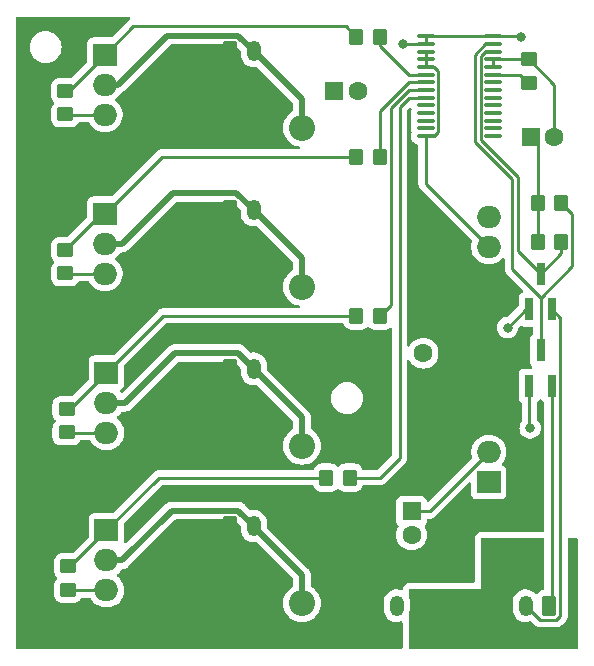
<source format=gbr>
%TF.GenerationSoftware,KiCad,Pcbnew,7.0.7*%
%TF.CreationDate,2024-03-27T23:02:26-04:00*%
%TF.ProjectId,pneu_pwr_brd,706e6575-5f70-4777-925f-6272642e6b69,rev?*%
%TF.SameCoordinates,Original*%
%TF.FileFunction,Copper,L1,Top*%
%TF.FilePolarity,Positive*%
%FSLAX46Y46*%
G04 Gerber Fmt 4.6, Leading zero omitted, Abs format (unit mm)*
G04 Created by KiCad (PCBNEW 7.0.7) date 2024-03-27 23:02:26*
%MOMM*%
%LPD*%
G01*
G04 APERTURE LIST*
G04 Aperture macros list*
%AMRoundRect*
0 Rectangle with rounded corners*
0 $1 Rounding radius*
0 $2 $3 $4 $5 $6 $7 $8 $9 X,Y pos of 4 corners*
0 Add a 4 corners polygon primitive as box body*
4,1,4,$2,$3,$4,$5,$6,$7,$8,$9,$2,$3,0*
0 Add four circle primitives for the rounded corners*
1,1,$1+$1,$2,$3*
1,1,$1+$1,$4,$5*
1,1,$1+$1,$6,$7*
1,1,$1+$1,$8,$9*
0 Add four rect primitives between the rounded corners*
20,1,$1+$1,$2,$3,$4,$5,0*
20,1,$1+$1,$4,$5,$6,$7,0*
20,1,$1+$1,$6,$7,$8,$9,0*
20,1,$1+$1,$8,$9,$2,$3,0*%
G04 Aperture macros list end*
%TA.AperFunction,ComponentPad*%
%ADD10RoundRect,0.250000X-0.350000X-0.625000X0.350000X-0.625000X0.350000X0.625000X-0.350000X0.625000X0*%
%TD*%
%TA.AperFunction,ComponentPad*%
%ADD11O,1.200000X1.750000*%
%TD*%
%TA.AperFunction,ComponentPad*%
%ADD12R,2.000000X1.905000*%
%TD*%
%TA.AperFunction,ComponentPad*%
%ADD13O,2.000000X1.905000*%
%TD*%
%TA.AperFunction,SMDPad,CuDef*%
%ADD14RoundRect,0.250000X0.450000X-0.350000X0.450000X0.350000X-0.450000X0.350000X-0.450000X-0.350000X0*%
%TD*%
%TA.AperFunction,ComponentPad*%
%ADD15R,2.200000X2.200000*%
%TD*%
%TA.AperFunction,ComponentPad*%
%ADD16O,2.200000X2.200000*%
%TD*%
%TA.AperFunction,ComponentPad*%
%ADD17R,1.600000X1.600000*%
%TD*%
%TA.AperFunction,ComponentPad*%
%ADD18C,1.600000*%
%TD*%
%TA.AperFunction,SMDPad,CuDef*%
%ADD19R,0.800000X1.900000*%
%TD*%
%TA.AperFunction,ComponentPad*%
%ADD20RoundRect,0.250000X0.350000X0.625000X-0.350000X0.625000X-0.350000X-0.625000X0.350000X-0.625000X0*%
%TD*%
%TA.AperFunction,SMDPad,CuDef*%
%ADD21RoundRect,0.250000X0.350000X0.450000X-0.350000X0.450000X-0.350000X-0.450000X0.350000X-0.450000X0*%
%TD*%
%TA.AperFunction,SMDPad,CuDef*%
%ADD22RoundRect,0.100000X-0.637500X-0.100000X0.637500X-0.100000X0.637500X0.100000X-0.637500X0.100000X0*%
%TD*%
%TA.AperFunction,SMDPad,CuDef*%
%ADD23RoundRect,0.250000X-0.350000X-0.450000X0.350000X-0.450000X0.350000X0.450000X-0.350000X0.450000X0*%
%TD*%
%TA.AperFunction,SMDPad,CuDef*%
%ADD24RoundRect,0.250000X0.625000X-0.375000X0.625000X0.375000X-0.625000X0.375000X-0.625000X-0.375000X0*%
%TD*%
%TA.AperFunction,ViaPad*%
%ADD25C,0.800000*%
%TD*%
%TA.AperFunction,Conductor*%
%ADD26C,0.250000*%
%TD*%
%TA.AperFunction,Conductor*%
%ADD27C,0.500000*%
%TD*%
G04 APERTURE END LIST*
D10*
%TO.P,J6,1,Pin_1*%
%TO.N,SLN1+*%
X155448000Y-94023000D03*
D11*
%TO.P,J6,2,Pin_2*%
%TO.N,SLN4-*%
X157448000Y-94023000D03*
%TD*%
D12*
%TO.P,U1,1,IN*%
%TO.N,SLN1+*%
X177348000Y-72898000D03*
D13*
%TO.P,U1,2,GND*%
%TO.N,GND*%
X177348000Y-70358000D03*
%TO.P,U1,3,OUT*%
%TO.N,+5V*%
X177348000Y-67818000D03*
%TD*%
D12*
%TO.P,Q6,1,G*%
%TO.N,Net-(Q6-G)*%
X144978000Y-94361000D03*
D13*
%TO.P,Q6,2,D*%
%TO.N,SLN4-*%
X144978000Y-96901000D03*
%TO.P,Q6,3,S*%
%TO.N,GND*%
X144978000Y-99441000D03*
%TD*%
D10*
%TO.P,J3,1,Pin_1*%
%TO.N,SLN1+*%
X155464000Y-53806000D03*
D11*
%TO.P,J3,2,Pin_2*%
%TO.N,SLN1-*%
X157464000Y-53806000D03*
%TD*%
D14*
%TO.P,R9,1,1*%
%TO.N,GND*%
X141605000Y-86090000D03*
%TO.P,R9,2,2*%
%TO.N,Net-(Q5-G)*%
X141605000Y-84090000D03*
%TD*%
D15*
%TO.P,D4,1,K*%
%TO.N,SLN1+*%
X151368000Y-100542000D03*
D16*
%TO.P,D4,2,A*%
%TO.N,SLN4-*%
X161528000Y-100542000D03*
%TD*%
D17*
%TO.P,C4,1*%
%TO.N,+3.3V*%
X170815000Y-92770888D03*
D18*
%TO.P,C4,2*%
%TO.N,GND*%
X170815000Y-94770888D03*
%TD*%
D15*
%TO.P,D2,1,K*%
%TO.N,SLN1+*%
X151368000Y-73745000D03*
D16*
%TO.P,D2,2,A*%
%TO.N,SLN2-*%
X161528000Y-73745000D03*
%TD*%
D19*
%TO.P,Q1,1,G*%
%TO.N,+3.3V*%
X180787000Y-82145000D03*
%TO.P,Q1,2,D*%
%TO.N,Net-(J1-Pin_1)*%
X182687000Y-82145000D03*
%TO.P,Q1,3,S*%
%TO.N,SDA*%
X181737000Y-79145000D03*
%TD*%
%TO.P,Q2,1,G*%
%TO.N,+3.3V*%
X180787000Y-75668000D03*
%TO.P,Q2,2,D*%
%TO.N,Net-(J1-Pin_2)*%
X182687000Y-75668000D03*
%TO.P,Q2,3,S*%
%TO.N,SCL*%
X181737000Y-72668000D03*
%TD*%
D20*
%TO.P,J2,1,Pin_1*%
%TO.N,Net-(J2-Pin_1)*%
X171561000Y-100753000D03*
D11*
%TO.P,J2,2,Pin_2*%
%TO.N,GND*%
X169561000Y-100753000D03*
%TD*%
D14*
%TO.P,R11,1,1*%
%TO.N,GND*%
X141732000Y-99425000D03*
%TO.P,R11,2,2*%
%TO.N,Net-(Q6-G)*%
X141732000Y-97425000D03*
%TD*%
D15*
%TO.P,D1,1,K*%
%TO.N,SLN1+*%
X151368000Y-60283000D03*
D16*
%TO.P,D1,2,A*%
%TO.N,SLN1-*%
X161528000Y-60283000D03*
%TD*%
D14*
%TO.P,R7,1,1*%
%TO.N,GND*%
X141478000Y-72628000D03*
%TO.P,R7,2,2*%
%TO.N,Net-(Q4-G)*%
X141478000Y-70628000D03*
%TD*%
D21*
%TO.P,R1,1,1*%
%TO.N,SDA*%
X183499000Y-66675000D03*
%TO.P,R1,2,2*%
%TO.N,+5V*%
X181499000Y-66675000D03*
%TD*%
D12*
%TO.P,Q3,1,G*%
%TO.N,Net-(Q3-G)*%
X144851000Y-54102000D03*
D13*
%TO.P,Q3,2,D*%
%TO.N,SLN1-*%
X144851000Y-56642000D03*
%TO.P,Q3,3,S*%
%TO.N,GND*%
X144851000Y-59182000D03*
%TD*%
D22*
%TO.P,U3,1,A0*%
%TO.N,+5V*%
X172016500Y-52544000D03*
%TO.P,U3,2,A1*%
X172016500Y-53194000D03*
%TO.P,U3,3,A2*%
%TO.N,GND*%
X172016500Y-53844000D03*
%TO.P,U3,4,A3*%
X172016500Y-54494000D03*
%TO.P,U3,5,A4*%
X172016500Y-55144000D03*
%TO.P,U3,6,PWM0*%
%TO.N,S1CTRL*%
X172016500Y-55794000D03*
%TO.P,U3,7,PWM1*%
%TO.N,S2CTRL*%
X172016500Y-56444000D03*
%TO.P,U3,8,PWM2*%
%TO.N,S3CTRL*%
X172016500Y-57094000D03*
%TO.P,U3,9,PWM3*%
%TO.N,S4CTRL*%
X172016500Y-57744000D03*
%TO.P,U3,10,PWM4*%
%TO.N,unconnected-(U3-PWM4-Pad10)*%
X172016500Y-58394000D03*
%TO.P,U3,11,PWM5*%
%TO.N,unconnected-(U3-PWM5-Pad11)*%
X172016500Y-59044000D03*
%TO.P,U3,12,PWM6*%
%TO.N,unconnected-(U3-PWM6-Pad12)*%
X172016500Y-59694000D03*
%TO.P,U3,13,PWM7*%
%TO.N,unconnected-(U3-PWM7-Pad13)*%
X172016500Y-60344000D03*
%TO.P,U3,14,GND*%
%TO.N,GND*%
X172016500Y-60994000D03*
%TO.P,U3,15,PWM8*%
%TO.N,unconnected-(U3-PWM8-Pad15)*%
X177741500Y-60994000D03*
%TO.P,U3,16,PWM9*%
%TO.N,unconnected-(U3-PWM9-Pad16)*%
X177741500Y-60344000D03*
%TO.P,U3,17,PWM10*%
%TO.N,unconnected-(U3-PWM10-Pad17)*%
X177741500Y-59694000D03*
%TO.P,U3,18,PWM11*%
%TO.N,unconnected-(U3-PWM11-Pad18)*%
X177741500Y-59044000D03*
%TO.P,U3,19,PWM12*%
%TO.N,unconnected-(U3-PWM12-Pad19)*%
X177741500Y-58394000D03*
%TO.P,U3,20,PWM13*%
%TO.N,unconnected-(U3-PWM13-Pad20)*%
X177741500Y-57744000D03*
%TO.P,U3,21,PWM14*%
%TO.N,unconnected-(U3-PWM14-Pad21)*%
X177741500Y-57094000D03*
%TO.P,U3,22,PWM15*%
%TO.N,unconnected-(U3-PWM15-Pad22)*%
X177741500Y-56444000D03*
%TO.P,U3,23,OE'*%
%TO.N,Net-(U3-OE')*%
X177741500Y-55794000D03*
%TO.P,U3,24,A5*%
%TO.N,GND*%
X177741500Y-55144000D03*
%TO.P,U3,25,EXTCLK*%
X177741500Y-54494000D03*
%TO.P,U3,26,SCL*%
%TO.N,SCL*%
X177741500Y-53844000D03*
%TO.P,U3,27,SDA*%
%TO.N,SDA*%
X177741500Y-53194000D03*
%TO.P,U3,28,VDD*%
%TO.N,+5V*%
X177741500Y-52544000D03*
%TD*%
D20*
%TO.P,J1,1,Pin_1*%
%TO.N,Net-(J1-Pin_1)*%
X182483000Y-100753000D03*
D11*
%TO.P,J1,2,Pin_2*%
%TO.N,Net-(J1-Pin_2)*%
X180483000Y-100753000D03*
%TD*%
D23*
%TO.P,R2,1,1*%
%TO.N,+5V*%
X181499000Y-69977000D03*
%TO.P,R2,2,2*%
%TO.N,SCL*%
X183499000Y-69977000D03*
%TD*%
D21*
%TO.P,R4,1,1*%
%TO.N,S1CTRL*%
X168132000Y-52578000D03*
%TO.P,R4,2,2*%
%TO.N,Net-(Q3-G)*%
X166132000Y-52578000D03*
%TD*%
D17*
%TO.P,C2,1*%
%TO.N,SLN1+*%
X173802113Y-79375000D03*
D18*
%TO.P,C2,2*%
%TO.N,GND*%
X171802113Y-79375000D03*
%TD*%
D12*
%TO.P,Q5,1,G*%
%TO.N,Net-(Q5-G)*%
X144978000Y-81026000D03*
D13*
%TO.P,Q5,2,D*%
%TO.N,SLN3-*%
X144978000Y-83566000D03*
%TO.P,Q5,3,S*%
%TO.N,GND*%
X144978000Y-86106000D03*
%TD*%
D15*
%TO.P,D3,1,K*%
%TO.N,SLN1+*%
X151368000Y-87207000D03*
D16*
%TO.P,D3,2,A*%
%TO.N,SLN3-*%
X161528000Y-87207000D03*
%TD*%
D10*
%TO.P,J4,1,Pin_1*%
%TO.N,SLN1+*%
X155432000Y-67268000D03*
D11*
%TO.P,J4,2,Pin_2*%
%TO.N,SLN2-*%
X157432000Y-67268000D03*
%TD*%
D21*
%TO.P,R8,1,1*%
%TO.N,S3CTRL*%
X168148000Y-76200000D03*
%TO.P,R8,2,2*%
%TO.N,Net-(Q5-G)*%
X166148000Y-76200000D03*
%TD*%
%TO.P,R10,1,1*%
%TO.N,S4CTRL*%
X165592000Y-89916000D03*
%TO.P,R10,2,2*%
%TO.N,Net-(Q6-G)*%
X163592000Y-89916000D03*
%TD*%
D10*
%TO.P,J5,1,Pin_1*%
%TO.N,SLN1+*%
X155448000Y-80688000D03*
D11*
%TO.P,J5,2,Pin_2*%
%TO.N,SLN3-*%
X157448000Y-80688000D03*
%TD*%
D17*
%TO.P,C3,1*%
%TO.N,+5V*%
X180908888Y-61087000D03*
D18*
%TO.P,C3,2*%
%TO.N,GND*%
X182908888Y-61087000D03*
%TD*%
D14*
%TO.P,R5,1,1*%
%TO.N,GND*%
X141478000Y-59166000D03*
%TO.P,R5,2,2*%
%TO.N,Net-(Q3-G)*%
X141478000Y-57166000D03*
%TD*%
D12*
%TO.P,Q4,1,G*%
%TO.N,Net-(Q4-G)*%
X144851000Y-67564000D03*
D13*
%TO.P,Q4,2,D*%
%TO.N,SLN2-*%
X144851000Y-70104000D03*
%TO.P,Q4,3,S*%
%TO.N,GND*%
X144851000Y-72644000D03*
%TD*%
D21*
%TO.P,R6,1,1*%
%TO.N,S2CTRL*%
X168132000Y-62738000D03*
%TO.P,R6,2,2*%
%TO.N,Net-(Q4-G)*%
X166132000Y-62738000D03*
%TD*%
D12*
%TO.P,U2,1,GND*%
%TO.N,GND*%
X177348000Y-90297000D03*
D13*
%TO.P,U2,2,VO*%
%TO.N,+3.3V*%
X177348000Y-87757000D03*
%TO.P,U2,3,VI*%
%TO.N,SLN1+*%
X177348000Y-85217000D03*
%TD*%
D24*
%TO.P,F1,1,1*%
%TO.N,Net-(J2-Pin_1)*%
X180721000Y-96142000D03*
%TO.P,F1,2,2*%
%TO.N,SLN1+*%
X180721000Y-93342000D03*
%TD*%
D14*
%TO.P,R3,1,1*%
%TO.N,Net-(U3-OE')*%
X180721000Y-56499000D03*
%TO.P,R3,2,2*%
%TO.N,GND*%
X180721000Y-54499000D03*
%TD*%
D17*
%TO.P,C1,1*%
%TO.N,+5V*%
X164271888Y-57150000D03*
D18*
%TO.P,C1,2*%
%TO.N,GND*%
X166271888Y-57150000D03*
%TD*%
D25*
%TO.N,+5V*%
X180086000Y-52578000D03*
X170053000Y-53213000D03*
%TO.N,+3.3V*%
X180848000Y-85725000D03*
X178943000Y-77216000D03*
%TD*%
D26*
%TO.N,+5V*%
X177741500Y-52544000D02*
X172016500Y-52544000D01*
X180052000Y-52544000D02*
X180086000Y-52578000D01*
X181499000Y-69977000D02*
X181499000Y-66675000D01*
X172016500Y-52544000D02*
X172016500Y-53194000D01*
X171997500Y-53213000D02*
X172016500Y-53194000D01*
X181483000Y-66659000D02*
X181483000Y-61661112D01*
X181499000Y-66675000D02*
X181483000Y-66659000D01*
X177741500Y-52544000D02*
X180052000Y-52544000D01*
X170053000Y-53213000D02*
X171997500Y-53213000D01*
X181483000Y-61661112D02*
X180908888Y-61087000D01*
%TO.N,GND*%
X141478000Y-72628000D02*
X141494000Y-72644000D01*
X177741500Y-55144000D02*
X177741500Y-54494000D01*
X172016500Y-55144000D02*
X172705041Y-55144000D01*
X172705041Y-55144000D02*
X173079000Y-55517959D01*
X141494000Y-59182000D02*
X144851000Y-59182000D01*
X177746500Y-54499000D02*
X177741500Y-54494000D01*
X141605000Y-86090000D02*
X141621000Y-86106000D01*
X180721000Y-54499000D02*
X177746500Y-54499000D01*
X141748000Y-99441000D02*
X144978000Y-99441000D01*
X180721000Y-54499000D02*
X182908888Y-56686888D01*
X141621000Y-86106000D02*
X144978000Y-86106000D01*
X173079000Y-55517959D02*
X173079000Y-60620041D01*
X172016500Y-54494000D02*
X172016500Y-53844000D01*
X172016500Y-55144000D02*
X172016500Y-54494000D01*
X172705040Y-60994000D02*
X172016500Y-60994000D01*
X141478000Y-59166000D02*
X141494000Y-59182000D01*
X172016500Y-65026500D02*
X177348000Y-70358000D01*
X141732000Y-99425000D02*
X141748000Y-99441000D01*
X182908888Y-61087000D02*
X182908888Y-56686888D01*
X172016500Y-60994000D02*
X172016500Y-65026500D01*
X173079000Y-60620041D02*
X172705040Y-60994000D01*
X141494000Y-72644000D02*
X144851000Y-72644000D01*
%TO.N,+3.3V*%
X180491000Y-75668000D02*
X178943000Y-77216000D01*
X180787000Y-85664000D02*
X180787000Y-82145000D01*
X172334112Y-92770888D02*
X177348000Y-87757000D01*
X180848000Y-85725000D02*
X180787000Y-85664000D01*
X170815000Y-92770888D02*
X172334112Y-92770888D01*
X178943000Y-77216000D02*
X178943000Y-77089000D01*
X180787000Y-75668000D02*
X180491000Y-75668000D01*
D27*
%TO.N,SLN1-*%
X161528000Y-57896000D02*
X161528000Y-60283000D01*
X157464000Y-53806000D02*
X157464000Y-53832000D01*
X150084000Y-52481000D02*
X156139000Y-52481000D01*
X144851000Y-56642000D02*
X145923000Y-56642000D01*
X157464000Y-53832000D02*
X161528000Y-57896000D01*
X145923000Y-56642000D02*
X150084000Y-52481000D01*
X156139000Y-52481000D02*
X157464000Y-53806000D01*
%TO.N,SLN2-*%
X155950000Y-65786000D02*
X157432000Y-67268000D01*
X157432000Y-67268000D02*
X157438000Y-67268000D01*
X161528000Y-71358000D02*
X161528000Y-73745000D01*
X150574000Y-65786000D02*
X155950000Y-65786000D01*
X146256000Y-70104000D02*
X150574000Y-65786000D01*
X157438000Y-67268000D02*
X161528000Y-71358000D01*
X144851000Y-70104000D02*
X146256000Y-70104000D01*
%TO.N,SLN3-*%
X150761000Y-79363000D02*
X156123000Y-79363000D01*
X157448000Y-80688000D02*
X157448000Y-80740000D01*
X156123000Y-79363000D02*
X157448000Y-80688000D01*
X161528000Y-84820000D02*
X161528000Y-87207000D01*
X144978000Y-83566000D02*
X146558000Y-83566000D01*
X157448000Y-80740000D02*
X161528000Y-84820000D01*
X146558000Y-83566000D02*
X150761000Y-79363000D01*
%TO.N,SLN4-*%
X161528000Y-98155000D02*
X161528000Y-100542000D01*
X150507000Y-92698000D02*
X156123000Y-92698000D01*
X144978000Y-96901000D02*
X146304000Y-96901000D01*
X156123000Y-92698000D02*
X157448000Y-94023000D01*
X157448000Y-94023000D02*
X157448000Y-94075000D01*
X146304000Y-96901000D02*
X150507000Y-92698000D01*
X157448000Y-94075000D02*
X161528000Y-98155000D01*
D26*
%TO.N,Net-(J1-Pin_1)*%
X182687000Y-100549000D02*
X182687000Y-82145000D01*
X182483000Y-100753000D02*
X182687000Y-100549000D01*
%TO.N,Net-(J1-Pin_2)*%
X183412000Y-76393000D02*
X182687000Y-75668000D01*
X183071173Y-101953000D02*
X183412000Y-101612173D01*
X183412000Y-101612173D02*
X183412000Y-76393000D01*
X181683000Y-101953000D02*
X183071173Y-101953000D01*
X180483000Y-100753000D02*
X181683000Y-101953000D01*
%TO.N,SDA*%
X179324000Y-64644396D02*
X176149000Y-61469396D01*
X177052959Y-53194000D02*
X177741500Y-53194000D01*
X181737000Y-74668000D02*
X179324000Y-72255000D01*
X184424000Y-71981000D02*
X181737000Y-74668000D01*
X179324000Y-72255000D02*
X179324000Y-64644396D01*
X176149000Y-61469396D02*
X176149000Y-54097959D01*
X181737000Y-79145000D02*
X181737000Y-74668000D01*
X184424000Y-67600000D02*
X184424000Y-71981000D01*
X183499000Y-66675000D02*
X184424000Y-67600000D01*
X176149000Y-54097959D02*
X177052959Y-53194000D01*
%TO.N,SCL*%
X183499000Y-69977000D02*
X183499000Y-70906000D01*
X179783888Y-64467888D02*
X176679000Y-61363000D01*
X183499000Y-70906000D02*
X181737000Y-72668000D01*
X177052959Y-53844000D02*
X177741500Y-53844000D01*
X176679000Y-61363000D02*
X176679000Y-54217959D01*
X179783888Y-70714888D02*
X179783888Y-64467888D01*
X181737000Y-72668000D02*
X179783888Y-70714888D01*
X176679000Y-54217959D02*
X177052959Y-53844000D01*
%TO.N,Net-(Q3-G)*%
X141787000Y-57166000D02*
X144851000Y-54102000D01*
X166132000Y-52578000D02*
X165243000Y-51689000D01*
X141478000Y-57166000D02*
X141787000Y-57166000D01*
X165243000Y-51689000D02*
X147264000Y-51689000D01*
X147264000Y-51689000D02*
X144851000Y-54102000D01*
%TO.N,Net-(Q4-G)*%
X141478000Y-70628000D02*
X144542000Y-67564000D01*
X149677000Y-62738000D02*
X144851000Y-67564000D01*
X166132000Y-62738000D02*
X149677000Y-62738000D01*
X144542000Y-67564000D02*
X144851000Y-67564000D01*
%TO.N,Net-(Q5-G)*%
X141914000Y-84090000D02*
X144978000Y-81026000D01*
X149804000Y-76200000D02*
X144978000Y-81026000D01*
X141605000Y-84090000D02*
X141914000Y-84090000D01*
X166148000Y-76200000D02*
X149804000Y-76200000D01*
%TO.N,Net-(Q6-G)*%
X163592000Y-89916000D02*
X149423000Y-89916000D01*
X141732000Y-97425000D02*
X141914000Y-97425000D01*
X141914000Y-97425000D02*
X144978000Y-94361000D01*
X149423000Y-89916000D02*
X144978000Y-94361000D01*
%TO.N,Net-(U3-OE')*%
X180016000Y-55794000D02*
X180721000Y-56499000D01*
X177741500Y-55794000D02*
X180016000Y-55794000D01*
%TO.N,S1CTRL*%
X168132000Y-53360041D02*
X170565959Y-55794000D01*
X168132000Y-52578000D02*
X168132000Y-53360041D01*
X170565959Y-55794000D02*
X171254500Y-55794000D01*
%TO.N,S2CTRL*%
X168132000Y-58877959D02*
X170565959Y-56444000D01*
X170565959Y-56444000D02*
X171254500Y-56444000D01*
X168132000Y-62738000D02*
X168132000Y-58877959D01*
%TO.N,S3CTRL*%
X168148000Y-76200000D02*
X169057000Y-75291000D01*
X169057000Y-58602959D02*
X170565959Y-57094000D01*
X170565959Y-57094000D02*
X171254500Y-57094000D01*
X169057000Y-75291000D02*
X169057000Y-58602959D01*
%TO.N,S4CTRL*%
X169799000Y-58547000D02*
X170602000Y-57744000D01*
X165592000Y-89916000D02*
X168132000Y-89916000D01*
X169799000Y-88249000D02*
X169799000Y-58547000D01*
X168132000Y-89916000D02*
X169799000Y-88249000D01*
X170602000Y-57744000D02*
X172016500Y-57744000D01*
%TD*%
%TA.AperFunction,Conductor*%
%TO.N,SLN1+*%
G36*
X146933356Y-50947185D02*
G01*
X146979111Y-50999989D01*
X146989055Y-51069147D01*
X146960030Y-51132703D01*
X146939197Y-51151822D01*
X146922562Y-51163906D01*
X146917681Y-51167113D01*
X146877580Y-51190828D01*
X146863408Y-51205000D01*
X146848623Y-51217628D01*
X146832412Y-51229407D01*
X146802709Y-51265310D01*
X146798777Y-51269631D01*
X145455726Y-52612681D01*
X145394403Y-52646166D01*
X145368045Y-52649000D01*
X143803129Y-52649000D01*
X143803123Y-52649001D01*
X143743516Y-52655408D01*
X143608671Y-52705702D01*
X143608664Y-52705706D01*
X143493455Y-52791952D01*
X143493452Y-52791955D01*
X143407206Y-52907164D01*
X143407202Y-52907171D01*
X143356908Y-53042017D01*
X143350501Y-53101616D01*
X143350500Y-53101635D01*
X143350500Y-54666546D01*
X143330815Y-54733585D01*
X143314181Y-54754227D01*
X142039226Y-56029181D01*
X141977903Y-56062666D01*
X141951545Y-56065500D01*
X140977998Y-56065500D01*
X140977980Y-56065501D01*
X140875203Y-56076000D01*
X140875200Y-56076001D01*
X140708668Y-56131185D01*
X140708663Y-56131187D01*
X140559342Y-56223289D01*
X140435289Y-56347342D01*
X140343187Y-56496663D01*
X140343185Y-56496668D01*
X140332108Y-56530096D01*
X140288001Y-56663203D01*
X140288001Y-56663204D01*
X140288000Y-56663204D01*
X140277500Y-56765983D01*
X140277500Y-57566001D01*
X140277501Y-57566019D01*
X140288000Y-57668796D01*
X140288001Y-57668799D01*
X140343185Y-57835331D01*
X140343187Y-57835336D01*
X140435289Y-57984657D01*
X140528951Y-58078319D01*
X140562436Y-58139642D01*
X140557452Y-58209334D01*
X140528951Y-58253681D01*
X140435289Y-58347342D01*
X140343187Y-58496663D01*
X140343185Y-58496668D01*
X140331027Y-58533360D01*
X140288001Y-58663203D01*
X140288001Y-58663204D01*
X140288000Y-58663204D01*
X140277500Y-58765983D01*
X140277500Y-59566001D01*
X140277501Y-59566019D01*
X140288000Y-59668796D01*
X140288001Y-59668799D01*
X140327004Y-59786500D01*
X140343186Y-59835334D01*
X140435288Y-59984656D01*
X140559344Y-60108712D01*
X140708666Y-60200814D01*
X140875203Y-60255999D01*
X140977991Y-60266500D01*
X141978008Y-60266499D01*
X141978016Y-60266498D01*
X141978019Y-60266498D01*
X142034302Y-60260748D01*
X142080797Y-60255999D01*
X142247334Y-60200814D01*
X142396656Y-60108712D01*
X142520712Y-59984656D01*
X142593649Y-59866404D01*
X142645598Y-59819679D01*
X142699189Y-59807500D01*
X143415991Y-59807500D01*
X143483030Y-59827185D01*
X143525045Y-59872480D01*
X143555878Y-59929455D01*
X143582929Y-59979441D01*
X143625636Y-60034311D01*
X143730829Y-60169463D01*
X143907990Y-60332551D01*
X144109578Y-60464255D01*
X144330095Y-60560983D01*
X144563524Y-60620095D01*
X144743400Y-60635000D01*
X144743402Y-60635000D01*
X144958598Y-60635000D01*
X144958600Y-60635000D01*
X145138476Y-60620095D01*
X145371905Y-60560983D01*
X145592422Y-60464255D01*
X145794010Y-60332551D01*
X145971171Y-60169463D01*
X146119072Y-59979439D01*
X146233679Y-59767664D01*
X146311866Y-59539913D01*
X146351500Y-59302399D01*
X146351500Y-59061601D01*
X146311866Y-58824087D01*
X146310112Y-58818979D01*
X146263660Y-58683669D01*
X146233679Y-58596336D01*
X146119072Y-58384561D01*
X146112985Y-58376741D01*
X146090103Y-58347342D01*
X145971171Y-58194537D01*
X145827469Y-58062250D01*
X145794008Y-58031447D01*
X145770069Y-58015807D01*
X145724713Y-57962660D01*
X145715290Y-57893429D01*
X145744793Y-57830093D01*
X145770068Y-57808192D01*
X145794010Y-57792551D01*
X145971171Y-57629463D01*
X146119072Y-57439439D01*
X146143013Y-57395198D01*
X146192229Y-57345611D01*
X146213053Y-57336516D01*
X146242334Y-57326814D01*
X146242346Y-57326806D01*
X146248882Y-57323760D01*
X146248908Y-57323816D01*
X146255690Y-57320532D01*
X146255663Y-57320478D01*
X146262106Y-57317240D01*
X146262117Y-57317237D01*
X146326283Y-57275034D01*
X146391656Y-57234712D01*
X146391662Y-57234705D01*
X146397325Y-57230229D01*
X146397362Y-57230277D01*
X146403204Y-57225518D01*
X146403164Y-57225471D01*
X146408691Y-57220832D01*
X146408696Y-57220830D01*
X146458226Y-57168331D01*
X146461386Y-57164981D01*
X150358548Y-53267819D01*
X150419871Y-53234334D01*
X150446229Y-53231500D01*
X155776770Y-53231500D01*
X155843809Y-53251185D01*
X155864451Y-53267819D01*
X156327180Y-53730548D01*
X156360665Y-53791871D01*
X156363499Y-53818229D01*
X156363499Y-54133419D01*
X156369300Y-54194166D01*
X156378472Y-54290218D01*
X156437684Y-54491875D01*
X156444706Y-54505495D01*
X156533991Y-54678686D01*
X156663905Y-54843883D01*
X156663909Y-54843887D01*
X156822746Y-54981521D01*
X157004750Y-55086601D01*
X157004752Y-55086601D01*
X157004756Y-55086604D01*
X157203367Y-55155344D01*
X157411398Y-55185254D01*
X157621330Y-55175254D01*
X157653893Y-55167354D01*
X157723683Y-55170677D01*
X157770809Y-55200177D01*
X160741181Y-58170548D01*
X160774666Y-58231871D01*
X160777500Y-58258229D01*
X160777500Y-58796352D01*
X160757815Y-58863391D01*
X160718290Y-58902079D01*
X160584346Y-58984160D01*
X160584343Y-58984161D01*
X160392776Y-59147776D01*
X160229161Y-59339343D01*
X160229160Y-59339346D01*
X160097533Y-59554140D01*
X160001126Y-59786889D01*
X159942317Y-60031848D01*
X159922551Y-60282999D01*
X159942317Y-60534151D01*
X160001126Y-60779110D01*
X160097533Y-61011859D01*
X160229160Y-61226653D01*
X160229161Y-61226656D01*
X160229164Y-61226659D01*
X160392776Y-61418224D01*
X160514610Y-61522280D01*
X160584343Y-61581838D01*
X160584346Y-61581839D01*
X160799140Y-61713466D01*
X161031888Y-61809873D01*
X161031889Y-61809873D01*
X161273700Y-61867926D01*
X161334292Y-61902717D01*
X161366456Y-61964743D01*
X161359980Y-62034312D01*
X161316921Y-62089336D01*
X161250948Y-62112345D01*
X161244753Y-62112500D01*
X149759743Y-62112500D01*
X149744122Y-62110775D01*
X149744095Y-62111061D01*
X149736333Y-62110326D01*
X149667172Y-62112500D01*
X149637649Y-62112500D01*
X149630778Y-62113367D01*
X149624959Y-62113825D01*
X149578374Y-62115289D01*
X149578368Y-62115290D01*
X149559126Y-62120880D01*
X149540087Y-62124823D01*
X149520217Y-62127334D01*
X149520203Y-62127337D01*
X149476883Y-62144488D01*
X149471358Y-62146380D01*
X149426613Y-62159380D01*
X149426610Y-62159381D01*
X149409366Y-62169579D01*
X149391905Y-62178133D01*
X149373274Y-62185510D01*
X149373262Y-62185517D01*
X149335570Y-62212902D01*
X149330687Y-62216109D01*
X149290580Y-62239829D01*
X149276414Y-62253995D01*
X149261624Y-62266627D01*
X149245414Y-62278404D01*
X149245411Y-62278407D01*
X149215710Y-62314309D01*
X149211777Y-62318631D01*
X145455726Y-66074681D01*
X145394403Y-66108166D01*
X145368045Y-66111000D01*
X143803129Y-66111000D01*
X143803123Y-66111001D01*
X143743516Y-66117408D01*
X143608671Y-66167702D01*
X143608664Y-66167706D01*
X143493455Y-66253952D01*
X143493452Y-66253955D01*
X143407206Y-66369164D01*
X143407202Y-66369171D01*
X143356908Y-66504017D01*
X143350501Y-66563616D01*
X143350500Y-66563635D01*
X143350500Y-67819545D01*
X143330815Y-67886584D01*
X143314181Y-67907226D01*
X141730226Y-69491181D01*
X141668903Y-69524666D01*
X141642545Y-69527500D01*
X140977998Y-69527500D01*
X140977980Y-69527501D01*
X140875203Y-69538000D01*
X140875200Y-69538001D01*
X140708668Y-69593185D01*
X140708663Y-69593187D01*
X140559342Y-69685289D01*
X140435289Y-69809342D01*
X140343187Y-69958663D01*
X140343185Y-69958666D01*
X140343186Y-69958666D01*
X140288001Y-70125203D01*
X140288001Y-70125204D01*
X140288000Y-70125204D01*
X140277500Y-70227983D01*
X140277500Y-71028001D01*
X140277501Y-71028019D01*
X140288000Y-71130796D01*
X140288001Y-71130799D01*
X140329008Y-71254548D01*
X140343186Y-71297334D01*
X140421723Y-71424664D01*
X140435289Y-71446657D01*
X140528951Y-71540319D01*
X140562436Y-71601642D01*
X140557452Y-71671334D01*
X140528951Y-71715681D01*
X140435289Y-71809342D01*
X140343187Y-71958663D01*
X140343185Y-71958666D01*
X140343186Y-71958666D01*
X140288001Y-72125203D01*
X140288001Y-72125204D01*
X140288000Y-72125204D01*
X140277500Y-72227983D01*
X140277500Y-73028001D01*
X140277501Y-73028019D01*
X140288000Y-73130796D01*
X140288001Y-73130799D01*
X140327133Y-73248889D01*
X140343186Y-73297334D01*
X140435288Y-73446656D01*
X140559344Y-73570712D01*
X140708666Y-73662814D01*
X140875203Y-73717999D01*
X140977991Y-73728500D01*
X141978008Y-73728499D01*
X141978016Y-73728498D01*
X141978019Y-73728498D01*
X142034302Y-73722748D01*
X142080797Y-73717999D01*
X142247334Y-73662814D01*
X142396656Y-73570712D01*
X142520712Y-73446656D01*
X142593649Y-73328404D01*
X142645598Y-73281679D01*
X142699189Y-73269500D01*
X143415991Y-73269500D01*
X143483030Y-73289185D01*
X143525046Y-73334482D01*
X143582929Y-73441441D01*
X143626451Y-73497358D01*
X143730829Y-73631463D01*
X143907990Y-73794551D01*
X144109578Y-73926255D01*
X144330095Y-74022983D01*
X144563524Y-74082095D01*
X144743400Y-74097000D01*
X144743402Y-74097000D01*
X144958598Y-74097000D01*
X144958600Y-74097000D01*
X145138476Y-74082095D01*
X145371905Y-74022983D01*
X145592422Y-73926255D01*
X145794010Y-73794551D01*
X145971171Y-73631463D01*
X146119072Y-73441439D01*
X146233679Y-73229664D01*
X146311866Y-73001913D01*
X146351500Y-72764399D01*
X146351500Y-72523601D01*
X146311866Y-72286087D01*
X146233679Y-72058336D01*
X146119072Y-71846561D01*
X145971171Y-71656537D01*
X145794010Y-71493449D01*
X145770070Y-71477808D01*
X145724714Y-71424664D01*
X145715290Y-71355433D01*
X145744791Y-71292096D01*
X145770070Y-71270191D01*
X145794010Y-71254551D01*
X145971171Y-71091463D01*
X146115923Y-70905484D01*
X146172634Y-70864671D01*
X146226800Y-70859434D01*
X146226811Y-70859079D01*
X146229628Y-70859161D01*
X146231750Y-70858956D01*
X146234023Y-70859289D01*
X146286068Y-70854735D01*
X146291470Y-70854500D01*
X146299704Y-70854500D01*
X146299709Y-70854500D01*
X146311327Y-70853141D01*
X146332276Y-70850693D01*
X146345028Y-70849577D01*
X146408797Y-70843999D01*
X146408805Y-70843996D01*
X146415866Y-70842539D01*
X146415878Y-70842598D01*
X146423243Y-70840965D01*
X146423229Y-70840906D01*
X146430246Y-70839241D01*
X146430255Y-70839241D01*
X146502423Y-70812974D01*
X146575334Y-70788814D01*
X146575343Y-70788807D01*
X146581882Y-70785760D01*
X146581908Y-70785816D01*
X146588690Y-70782532D01*
X146588663Y-70782478D01*
X146595106Y-70779240D01*
X146595117Y-70779237D01*
X146659283Y-70737034D01*
X146724656Y-70696712D01*
X146724662Y-70696705D01*
X146730325Y-70692229D01*
X146730362Y-70692277D01*
X146736204Y-70687518D01*
X146736164Y-70687471D01*
X146741691Y-70682832D01*
X146741696Y-70682830D01*
X146794386Y-70626981D01*
X150848548Y-66572818D01*
X150909871Y-66539334D01*
X150936229Y-66536500D01*
X155587770Y-66536500D01*
X155654809Y-66556185D01*
X155675451Y-66572819D01*
X156295181Y-67192548D01*
X156328666Y-67253871D01*
X156331499Y-67280228D01*
X156331500Y-67595425D01*
X156346472Y-67752218D01*
X156364641Y-67814097D01*
X156385925Y-67886584D01*
X156405684Y-67953875D01*
X156492161Y-68121619D01*
X156501991Y-68140686D01*
X156631905Y-68305883D01*
X156631909Y-68305887D01*
X156790746Y-68443521D01*
X156972750Y-68548601D01*
X156972752Y-68548601D01*
X156972756Y-68548604D01*
X157171367Y-68617344D01*
X157379398Y-68647254D01*
X157589330Y-68637254D01*
X157647646Y-68623106D01*
X157717434Y-68626429D01*
X157764561Y-68655929D01*
X160741181Y-71632548D01*
X160774666Y-71693871D01*
X160777500Y-71720229D01*
X160777500Y-72258352D01*
X160757815Y-72325391D01*
X160718290Y-72364079D01*
X160584346Y-72446160D01*
X160584343Y-72446161D01*
X160392776Y-72609776D01*
X160229161Y-72801343D01*
X160229160Y-72801346D01*
X160097533Y-73016140D01*
X160001126Y-73248889D01*
X159942317Y-73493848D01*
X159922551Y-73745000D01*
X159942317Y-73996151D01*
X160001126Y-74241110D01*
X160097533Y-74473859D01*
X160229160Y-74688653D01*
X160229161Y-74688656D01*
X160229164Y-74688659D01*
X160392776Y-74880224D01*
X160519310Y-74988294D01*
X160584343Y-75043838D01*
X160584346Y-75043839D01*
X160799140Y-75175466D01*
X161031888Y-75271872D01*
X161031889Y-75271873D01*
X161273700Y-75329926D01*
X161334292Y-75364717D01*
X161366456Y-75426743D01*
X161359980Y-75496312D01*
X161316921Y-75551336D01*
X161250948Y-75574345D01*
X161244753Y-75574500D01*
X149886743Y-75574500D01*
X149871122Y-75572775D01*
X149871095Y-75573061D01*
X149863333Y-75572326D01*
X149794172Y-75574500D01*
X149764649Y-75574500D01*
X149757778Y-75575367D01*
X149751959Y-75575825D01*
X149705374Y-75577289D01*
X149705368Y-75577290D01*
X149686126Y-75582880D01*
X149667087Y-75586823D01*
X149647217Y-75589334D01*
X149647203Y-75589337D01*
X149603883Y-75606488D01*
X149598358Y-75608380D01*
X149553613Y-75621380D01*
X149553610Y-75621381D01*
X149536366Y-75631579D01*
X149518905Y-75640133D01*
X149500274Y-75647510D01*
X149500262Y-75647517D01*
X149462570Y-75674902D01*
X149457687Y-75678109D01*
X149417580Y-75701829D01*
X149403414Y-75715995D01*
X149388624Y-75728627D01*
X149372414Y-75740404D01*
X149372411Y-75740407D01*
X149342710Y-75776309D01*
X149338777Y-75780631D01*
X145582726Y-79536681D01*
X145521403Y-79570166D01*
X145495045Y-79573000D01*
X143930129Y-79573000D01*
X143930123Y-79573001D01*
X143870516Y-79579408D01*
X143735671Y-79629702D01*
X143735664Y-79629706D01*
X143620455Y-79715952D01*
X143620452Y-79715955D01*
X143534206Y-79831164D01*
X143534202Y-79831171D01*
X143483908Y-79966017D01*
X143477501Y-80025616D01*
X143477500Y-80025635D01*
X143477500Y-81590546D01*
X143457815Y-81657585D01*
X143441181Y-81678227D01*
X142166226Y-82953181D01*
X142104903Y-82986666D01*
X142078545Y-82989500D01*
X141104998Y-82989500D01*
X141104980Y-82989501D01*
X141002203Y-83000000D01*
X141002200Y-83000001D01*
X140835668Y-83055185D01*
X140835663Y-83055187D01*
X140686342Y-83147289D01*
X140562289Y-83271342D01*
X140470187Y-83420663D01*
X140470185Y-83420668D01*
X140459622Y-83452545D01*
X140415001Y-83587203D01*
X140415001Y-83587204D01*
X140415000Y-83587204D01*
X140404500Y-83689983D01*
X140404500Y-84490001D01*
X140404501Y-84490019D01*
X140415000Y-84592796D01*
X140415001Y-84592799D01*
X140437314Y-84660133D01*
X140470186Y-84759334D01*
X140548721Y-84886661D01*
X140562289Y-84908657D01*
X140655951Y-85002319D01*
X140689436Y-85063642D01*
X140684452Y-85133334D01*
X140655951Y-85177681D01*
X140562289Y-85271342D01*
X140470187Y-85420663D01*
X140470185Y-85420666D01*
X140470186Y-85420666D01*
X140415001Y-85587203D01*
X140415001Y-85587204D01*
X140415000Y-85587204D01*
X140404500Y-85689983D01*
X140404500Y-86490001D01*
X140404501Y-86490019D01*
X140415000Y-86592796D01*
X140415001Y-86592799D01*
X140454133Y-86710889D01*
X140470186Y-86759334D01*
X140562288Y-86908656D01*
X140686344Y-87032712D01*
X140835666Y-87124814D01*
X141002203Y-87179999D01*
X141104991Y-87190500D01*
X142105008Y-87190499D01*
X142105016Y-87190498D01*
X142105019Y-87190498D01*
X142161302Y-87184748D01*
X142207797Y-87179999D01*
X142374334Y-87124814D01*
X142523656Y-87032712D01*
X142647712Y-86908656D01*
X142720649Y-86790404D01*
X142772598Y-86743679D01*
X142826189Y-86731500D01*
X143542991Y-86731500D01*
X143610030Y-86751185D01*
X143652046Y-86796482D01*
X143709929Y-86903441D01*
X143753451Y-86959358D01*
X143857829Y-87093463D01*
X144034990Y-87256551D01*
X144236578Y-87388255D01*
X144457095Y-87484983D01*
X144690524Y-87544095D01*
X144870400Y-87559000D01*
X144870402Y-87559000D01*
X145085598Y-87559000D01*
X145085600Y-87559000D01*
X145265476Y-87544095D01*
X145498905Y-87484983D01*
X145719422Y-87388255D01*
X145921010Y-87256551D01*
X146098171Y-87093463D01*
X146246072Y-86903439D01*
X146360679Y-86691664D01*
X146438866Y-86463913D01*
X146478500Y-86226399D01*
X146478500Y-85985601D01*
X146438866Y-85748087D01*
X146430940Y-85725000D01*
X146360681Y-85520343D01*
X146360678Y-85520334D01*
X146306740Y-85420666D01*
X146246072Y-85308561D01*
X146098171Y-85118537D01*
X145921010Y-84955449D01*
X145897068Y-84939806D01*
X145851713Y-84886661D01*
X145842290Y-84817430D01*
X145871793Y-84754094D01*
X145897072Y-84732190D01*
X145921010Y-84716551D01*
X146098171Y-84553463D01*
X146204600Y-84416723D01*
X146245373Y-84364338D01*
X146302083Y-84323525D01*
X146343226Y-84316500D01*
X146494295Y-84316500D01*
X146512265Y-84317809D01*
X146536023Y-84321289D01*
X146588068Y-84316735D01*
X146593470Y-84316500D01*
X146601704Y-84316500D01*
X146601709Y-84316500D01*
X146613327Y-84315141D01*
X146634276Y-84312693D01*
X146647028Y-84311577D01*
X146710797Y-84305999D01*
X146710805Y-84305996D01*
X146717866Y-84304539D01*
X146717878Y-84304598D01*
X146725243Y-84302965D01*
X146725229Y-84302906D01*
X146732246Y-84301241D01*
X146732255Y-84301241D01*
X146804423Y-84274974D01*
X146877334Y-84250814D01*
X146877343Y-84250807D01*
X146883882Y-84247760D01*
X146883908Y-84247816D01*
X146890690Y-84244532D01*
X146890663Y-84244478D01*
X146897106Y-84241240D01*
X146897117Y-84241237D01*
X146961283Y-84199034D01*
X147026656Y-84158712D01*
X147026662Y-84158705D01*
X147032325Y-84154229D01*
X147032362Y-84154277D01*
X147038204Y-84149518D01*
X147038164Y-84149471D01*
X147043691Y-84144832D01*
X147043696Y-84144830D01*
X147096386Y-84088981D01*
X151035548Y-80149819D01*
X151096871Y-80116334D01*
X151123229Y-80113500D01*
X155760770Y-80113500D01*
X155827809Y-80133185D01*
X155848451Y-80149819D01*
X156311181Y-80612549D01*
X156344666Y-80673872D01*
X156347500Y-80700230D01*
X156347500Y-81015425D01*
X156362472Y-81172218D01*
X156421684Y-81373875D01*
X156508161Y-81541619D01*
X156517991Y-81560686D01*
X156647905Y-81725883D01*
X156647909Y-81725887D01*
X156806746Y-81863521D01*
X156988750Y-81968601D01*
X156988752Y-81968601D01*
X156988756Y-81968604D01*
X157187367Y-82037344D01*
X157395398Y-82067254D01*
X157605330Y-82057254D01*
X157616969Y-82054430D01*
X157686756Y-82057752D01*
X157733885Y-82087253D01*
X160741180Y-85094548D01*
X160774665Y-85155871D01*
X160777499Y-85182229D01*
X160777500Y-85720352D01*
X160757816Y-85787391D01*
X160718290Y-85826079D01*
X160584346Y-85908160D01*
X160584343Y-85908161D01*
X160392776Y-86071776D01*
X160229161Y-86263343D01*
X160229160Y-86263346D01*
X160097533Y-86478140D01*
X160001126Y-86710889D01*
X159942317Y-86955848D01*
X159922551Y-87206999D01*
X159942317Y-87458151D01*
X160001126Y-87703110D01*
X160097533Y-87935859D01*
X160229160Y-88150653D01*
X160229161Y-88150656D01*
X160229164Y-88150659D01*
X160392776Y-88342224D01*
X160521588Y-88452240D01*
X160584343Y-88505838D01*
X160584346Y-88505839D01*
X160799140Y-88637466D01*
X160912363Y-88684364D01*
X161031889Y-88733873D01*
X161276852Y-88792683D01*
X161528000Y-88812449D01*
X161779148Y-88792683D01*
X162024111Y-88733873D01*
X162256859Y-88637466D01*
X162471659Y-88505836D01*
X162663224Y-88342224D01*
X162826836Y-88150659D01*
X162958466Y-87935859D01*
X163054873Y-87703111D01*
X163113683Y-87458148D01*
X163133449Y-87207000D01*
X163113683Y-86955852D01*
X163054873Y-86710889D01*
X163005958Y-86592797D01*
X162958466Y-86478140D01*
X162826839Y-86263346D01*
X162826838Y-86263343D01*
X162789875Y-86220066D01*
X162663224Y-86071776D01*
X162536571Y-85963604D01*
X162471656Y-85908161D01*
X162471653Y-85908160D01*
X162337710Y-85826079D01*
X162290835Y-85774267D01*
X162278500Y-85720352D01*
X162278500Y-84883705D01*
X162279809Y-84865735D01*
X162283289Y-84841974D01*
X162278736Y-84789939D01*
X162278500Y-84784532D01*
X162278500Y-84776297D01*
X162278500Y-84776296D01*
X162278500Y-84776291D01*
X162274691Y-84743707D01*
X162267998Y-84667202D01*
X162267996Y-84667197D01*
X162266538Y-84660133D01*
X162266597Y-84660120D01*
X162264967Y-84652764D01*
X162264908Y-84652779D01*
X162263242Y-84645753D01*
X162263241Y-84645745D01*
X162236973Y-84573573D01*
X162219242Y-84520063D01*
X162212815Y-84500666D01*
X162209763Y-84494121D01*
X162209817Y-84494095D01*
X162206533Y-84487312D01*
X162206480Y-84487340D01*
X162203238Y-84480886D01*
X162203237Y-84480883D01*
X162161038Y-84416723D01*
X162120712Y-84351344D01*
X162120711Y-84351343D01*
X162120710Y-84351341D01*
X162116234Y-84345681D01*
X162116280Y-84345643D01*
X162111519Y-84339799D01*
X162111474Y-84339838D01*
X162106834Y-84334308D01*
X162050982Y-84281613D01*
X160954369Y-83185000D01*
X163998341Y-83185000D01*
X164018936Y-83420403D01*
X164018938Y-83420413D01*
X164080094Y-83648655D01*
X164080096Y-83648659D01*
X164080097Y-83648663D01*
X164099365Y-83689983D01*
X164179964Y-83862828D01*
X164179965Y-83862830D01*
X164315505Y-84056402D01*
X164482597Y-84223494D01*
X164676169Y-84359034D01*
X164676171Y-84359035D01*
X164890337Y-84458903D01*
X165118592Y-84520063D01*
X165295034Y-84535500D01*
X165412966Y-84535500D01*
X165589408Y-84520063D01*
X165817663Y-84458903D01*
X166031829Y-84359035D01*
X166225401Y-84223495D01*
X166392495Y-84056401D01*
X166528035Y-83862830D01*
X166627903Y-83648663D01*
X166689063Y-83420408D01*
X166709659Y-83185000D01*
X166689063Y-82949592D01*
X166640556Y-82768561D01*
X166627905Y-82721344D01*
X166627904Y-82721343D01*
X166627903Y-82721337D01*
X166528035Y-82507171D01*
X166528034Y-82507169D01*
X166392494Y-82313597D01*
X166225402Y-82146505D01*
X166031830Y-82010965D01*
X166031828Y-82010964D01*
X165924746Y-81961031D01*
X165817663Y-81911097D01*
X165817659Y-81911096D01*
X165817655Y-81911094D01*
X165589413Y-81849938D01*
X165589403Y-81849936D01*
X165412966Y-81834500D01*
X165295034Y-81834500D01*
X165118596Y-81849936D01*
X165118586Y-81849938D01*
X164890344Y-81911094D01*
X164890335Y-81911098D01*
X164676171Y-82010964D01*
X164676169Y-82010965D01*
X164482597Y-82146505D01*
X164315506Y-82313597D01*
X164315501Y-82313604D01*
X164179967Y-82507165D01*
X164179965Y-82507169D01*
X164080098Y-82721335D01*
X164080094Y-82721344D01*
X164018938Y-82949586D01*
X164018936Y-82949596D01*
X163998341Y-83184999D01*
X163998341Y-83185000D01*
X160954369Y-83185000D01*
X158584819Y-80815450D01*
X158551334Y-80754127D01*
X158548500Y-80727769D01*
X158548500Y-80360580D01*
X158548500Y-80360575D01*
X158533528Y-80203782D01*
X158474316Y-80002125D01*
X158378011Y-79815318D01*
X158378009Y-79815316D01*
X158378008Y-79815313D01*
X158248094Y-79650116D01*
X158248090Y-79650112D01*
X158089253Y-79512478D01*
X157907249Y-79407398D01*
X157907245Y-79407396D01*
X157907244Y-79407396D01*
X157708633Y-79338656D01*
X157500602Y-79308746D01*
X157500598Y-79308746D01*
X157290672Y-79318745D01*
X157290669Y-79318746D01*
X157237179Y-79331722D01*
X157167389Y-79328396D01*
X157120266Y-79298898D01*
X156698729Y-78877361D01*
X156686949Y-78863730D01*
X156679482Y-78853701D01*
X156672612Y-78844472D01*
X156672610Y-78844470D01*
X156632587Y-78810886D01*
X156628612Y-78807244D01*
X156625690Y-78804322D01*
X156622780Y-78801411D01*
X156597040Y-78781059D01*
X156538209Y-78731694D01*
X156532180Y-78727729D01*
X156532212Y-78727680D01*
X156525853Y-78723628D01*
X156525822Y-78723679D01*
X156519680Y-78719891D01*
X156519678Y-78719890D01*
X156519677Y-78719889D01*
X156480474Y-78701608D01*
X156450058Y-78687424D01*
X156415894Y-78670267D01*
X156381433Y-78652960D01*
X156381431Y-78652959D01*
X156381430Y-78652959D01*
X156374645Y-78650489D01*
X156374665Y-78650433D01*
X156367549Y-78647959D01*
X156367531Y-78648015D01*
X156360671Y-78645742D01*
X156332841Y-78639996D01*
X156285434Y-78630207D01*
X156236472Y-78618603D01*
X156210719Y-78612499D01*
X156203547Y-78611661D01*
X156203553Y-78611601D01*
X156196055Y-78610835D01*
X156196050Y-78610895D01*
X156188860Y-78610265D01*
X156112083Y-78612500D01*
X150824705Y-78612500D01*
X150806735Y-78611191D01*
X150782972Y-78607710D01*
X150738512Y-78611601D01*
X150730931Y-78612264D01*
X150725530Y-78612500D01*
X150717289Y-78612500D01*
X150695579Y-78615037D01*
X150684724Y-78616306D01*
X150669419Y-78617645D01*
X150608199Y-78623001D01*
X150601132Y-78624460D01*
X150601120Y-78624404D01*
X150593763Y-78626035D01*
X150593777Y-78626092D01*
X150586743Y-78627759D01*
X150514575Y-78654025D01*
X150441675Y-78678181D01*
X150435126Y-78681236D01*
X150435101Y-78681183D01*
X150428308Y-78684471D01*
X150428334Y-78684523D01*
X150421880Y-78687764D01*
X150357708Y-78729971D01*
X150292347Y-78770285D01*
X150286683Y-78774765D01*
X150286647Y-78774719D01*
X150280798Y-78779484D01*
X150280835Y-78779528D01*
X150275310Y-78784164D01*
X150275304Y-78784169D01*
X150275304Y-78784170D01*
X150262660Y-78797572D01*
X150222597Y-78840035D01*
X146366369Y-82696262D01*
X146305046Y-82729747D01*
X146235354Y-82724763D01*
X146180835Y-82684744D01*
X146135167Y-82626070D01*
X146109524Y-82561076D01*
X146123090Y-82492536D01*
X146171559Y-82442211D01*
X146189681Y-82433727D01*
X146220331Y-82422296D01*
X146335546Y-82336046D01*
X146421796Y-82220831D01*
X146472091Y-82085983D01*
X146478500Y-82026373D01*
X146478499Y-80461450D01*
X146498184Y-80394412D01*
X146514813Y-80373775D01*
X150026770Y-76861819D01*
X150088094Y-76828334D01*
X150114452Y-76825500D01*
X164975983Y-76825500D01*
X165043022Y-76845185D01*
X165088777Y-76897989D01*
X165093686Y-76910489D01*
X165113186Y-76969334D01*
X165205288Y-77118656D01*
X165329344Y-77242712D01*
X165478666Y-77334814D01*
X165645203Y-77389999D01*
X165747991Y-77400500D01*
X166548008Y-77400499D01*
X166548016Y-77400498D01*
X166548019Y-77400498D01*
X166604302Y-77394748D01*
X166650797Y-77389999D01*
X166817334Y-77334814D01*
X166966656Y-77242712D01*
X167060319Y-77149049D01*
X167121642Y-77115564D01*
X167191334Y-77120548D01*
X167235681Y-77149048D01*
X167329344Y-77242712D01*
X167478666Y-77334814D01*
X167645203Y-77389999D01*
X167747991Y-77400500D01*
X168548008Y-77400499D01*
X168548016Y-77400498D01*
X168548019Y-77400498D01*
X168604302Y-77394748D01*
X168650797Y-77389999D01*
X168817334Y-77334814D01*
X168966656Y-77242712D01*
X168966662Y-77242705D01*
X168972319Y-77238234D01*
X168974296Y-77240735D01*
X169023142Y-77214064D01*
X169092834Y-77219048D01*
X169148767Y-77260920D01*
X169173184Y-77326384D01*
X169173500Y-77335230D01*
X169173500Y-87938546D01*
X169153815Y-88005585D01*
X169137181Y-88026227D01*
X167909228Y-89254181D01*
X167847905Y-89287666D01*
X167821547Y-89290500D01*
X166764017Y-89290500D01*
X166696978Y-89270815D01*
X166651223Y-89218011D01*
X166646311Y-89205505D01*
X166626814Y-89146666D01*
X166534712Y-88997344D01*
X166410656Y-88873288D01*
X166279972Y-88792682D01*
X166261336Y-88781187D01*
X166261331Y-88781185D01*
X166259862Y-88780698D01*
X166094797Y-88726001D01*
X166094795Y-88726000D01*
X165992010Y-88715500D01*
X165191998Y-88715500D01*
X165191980Y-88715501D01*
X165089203Y-88726000D01*
X165089200Y-88726001D01*
X164922668Y-88781185D01*
X164922663Y-88781187D01*
X164773345Y-88873287D01*
X164679681Y-88966951D01*
X164618357Y-89000435D01*
X164548666Y-88995451D01*
X164504319Y-88966951D01*
X164504318Y-88966950D01*
X164410656Y-88873288D01*
X164279972Y-88792682D01*
X164261336Y-88781187D01*
X164261331Y-88781185D01*
X164259862Y-88780698D01*
X164094797Y-88726001D01*
X164094795Y-88726000D01*
X163992010Y-88715500D01*
X163191998Y-88715500D01*
X163191980Y-88715501D01*
X163089203Y-88726000D01*
X163089200Y-88726001D01*
X162922668Y-88781185D01*
X162922663Y-88781187D01*
X162773342Y-88873289D01*
X162649289Y-88997342D01*
X162557187Y-89146663D01*
X162557186Y-89146666D01*
X162537689Y-89205505D01*
X162497916Y-89262949D01*
X162433400Y-89289772D01*
X162419983Y-89290500D01*
X149505737Y-89290500D01*
X149490120Y-89288776D01*
X149490093Y-89289062D01*
X149482331Y-89288327D01*
X149413203Y-89290500D01*
X149383650Y-89290500D01*
X149382929Y-89290590D01*
X149376757Y-89291369D01*
X149370945Y-89291826D01*
X149324378Y-89293290D01*
X149324367Y-89293292D01*
X149305134Y-89298879D01*
X149286094Y-89302822D01*
X149266217Y-89305334D01*
X149266210Y-89305335D01*
X149266208Y-89305336D01*
X149266206Y-89305336D01*
X149266205Y-89305337D01*
X149222868Y-89322494D01*
X149217342Y-89324386D01*
X149172611Y-89337382D01*
X149172608Y-89337383D01*
X149155363Y-89347581D01*
X149137901Y-89356135D01*
X149119272Y-89363511D01*
X149119267Y-89363513D01*
X149081564Y-89390906D01*
X149076682Y-89394112D01*
X149036580Y-89417828D01*
X149022408Y-89432000D01*
X149007623Y-89444628D01*
X148991412Y-89456407D01*
X148961709Y-89492310D01*
X148957777Y-89496631D01*
X145582726Y-92871681D01*
X145521403Y-92905166D01*
X145495045Y-92908000D01*
X143930129Y-92908000D01*
X143930123Y-92908001D01*
X143870516Y-92914408D01*
X143735671Y-92964702D01*
X143735664Y-92964706D01*
X143620455Y-93050952D01*
X143620452Y-93050955D01*
X143534206Y-93166164D01*
X143534202Y-93166171D01*
X143483908Y-93301017D01*
X143477501Y-93360616D01*
X143477500Y-93360635D01*
X143477500Y-94925545D01*
X143457815Y-94992584D01*
X143441181Y-95013226D01*
X142166226Y-96288181D01*
X142104903Y-96321666D01*
X142078545Y-96324500D01*
X141231998Y-96324500D01*
X141231980Y-96324501D01*
X141129203Y-96335000D01*
X141129200Y-96335001D01*
X140962668Y-96390185D01*
X140962663Y-96390187D01*
X140813342Y-96482289D01*
X140689289Y-96606342D01*
X140597187Y-96755663D01*
X140597185Y-96755666D01*
X140597186Y-96755666D01*
X140542001Y-96922203D01*
X140542001Y-96922204D01*
X140542000Y-96922204D01*
X140531500Y-97024983D01*
X140531500Y-97825001D01*
X140531501Y-97825019D01*
X140542000Y-97927796D01*
X140542001Y-97927799D01*
X140597185Y-98094331D01*
X140597187Y-98094336D01*
X140643236Y-98168994D01*
X140689288Y-98243656D01*
X140782953Y-98337321D01*
X140816436Y-98398640D01*
X140811452Y-98468332D01*
X140782952Y-98512680D01*
X140689287Y-98606345D01*
X140597187Y-98755663D01*
X140597185Y-98755668D01*
X140575850Y-98820053D01*
X140542001Y-98922203D01*
X140542001Y-98922204D01*
X140542000Y-98922204D01*
X140531500Y-99024983D01*
X140531500Y-99825001D01*
X140531501Y-99825019D01*
X140542000Y-99927796D01*
X140542001Y-99927799D01*
X140581133Y-100045889D01*
X140597186Y-100094334D01*
X140689288Y-100243656D01*
X140813344Y-100367712D01*
X140962666Y-100459814D01*
X141129203Y-100514999D01*
X141231991Y-100525500D01*
X142232008Y-100525499D01*
X142232016Y-100525498D01*
X142232019Y-100525498D01*
X142288302Y-100519748D01*
X142334797Y-100514999D01*
X142501334Y-100459814D01*
X142650656Y-100367712D01*
X142774712Y-100243656D01*
X142847649Y-100125404D01*
X142899598Y-100078679D01*
X142953189Y-100066500D01*
X143542991Y-100066500D01*
X143610030Y-100086185D01*
X143652045Y-100131480D01*
X143700037Y-100220162D01*
X143709929Y-100238441D01*
X143753451Y-100294358D01*
X143857829Y-100428463D01*
X144034990Y-100591551D01*
X144236578Y-100723255D01*
X144457095Y-100819983D01*
X144690524Y-100879095D01*
X144870400Y-100894000D01*
X144870402Y-100894000D01*
X145085598Y-100894000D01*
X145085600Y-100894000D01*
X145265476Y-100879095D01*
X145498905Y-100819983D01*
X145719422Y-100723255D01*
X145921010Y-100591551D01*
X146098171Y-100428463D01*
X146246072Y-100238439D01*
X146360679Y-100026664D01*
X146438866Y-99798913D01*
X146478500Y-99561399D01*
X146478500Y-99320601D01*
X146438866Y-99083087D01*
X146406539Y-98988923D01*
X146401278Y-98973598D01*
X146360679Y-98855336D01*
X146246072Y-98643561D01*
X146098171Y-98453537D01*
X145921010Y-98290449D01*
X145897070Y-98274808D01*
X145851714Y-98221664D01*
X145842290Y-98152433D01*
X145871791Y-98089096D01*
X145897070Y-98067191D01*
X145921010Y-98051551D01*
X146098171Y-97888463D01*
X146204600Y-97751723D01*
X146245373Y-97699338D01*
X146302083Y-97658525D01*
X146343226Y-97651500D01*
X146347704Y-97651500D01*
X146347709Y-97651500D01*
X146359327Y-97650141D01*
X146380276Y-97647693D01*
X146393028Y-97646577D01*
X146456797Y-97640999D01*
X146456805Y-97640996D01*
X146463866Y-97639539D01*
X146463878Y-97639598D01*
X146471243Y-97637965D01*
X146471229Y-97637906D01*
X146478246Y-97636241D01*
X146478255Y-97636241D01*
X146550423Y-97609974D01*
X146623334Y-97585814D01*
X146623343Y-97585807D01*
X146629882Y-97582760D01*
X146629908Y-97582816D01*
X146636690Y-97579532D01*
X146636663Y-97579478D01*
X146643106Y-97576240D01*
X146643117Y-97576237D01*
X146707283Y-97534034D01*
X146772656Y-97493712D01*
X146772662Y-97493705D01*
X146778325Y-97489229D01*
X146778362Y-97489277D01*
X146784204Y-97484518D01*
X146784164Y-97484471D01*
X146789691Y-97479832D01*
X146789696Y-97479830D01*
X146842386Y-97423981D01*
X150781547Y-93484819D01*
X150842871Y-93451334D01*
X150869229Y-93448500D01*
X155760770Y-93448500D01*
X155827809Y-93468185D01*
X155848451Y-93484819D01*
X156311181Y-93947549D01*
X156344666Y-94008872D01*
X156347500Y-94035230D01*
X156347500Y-94350425D01*
X156362472Y-94507218D01*
X156421684Y-94708875D01*
X156458178Y-94779664D01*
X156517991Y-94895686D01*
X156647905Y-95060883D01*
X156647909Y-95060887D01*
X156806746Y-95198521D01*
X156988750Y-95303601D01*
X156988752Y-95303601D01*
X156988756Y-95303604D01*
X157187367Y-95372344D01*
X157395398Y-95402254D01*
X157605330Y-95392254D01*
X157616969Y-95389430D01*
X157686756Y-95392752D01*
X157733885Y-95422253D01*
X160741180Y-98429548D01*
X160774665Y-98490871D01*
X160777499Y-98517229D01*
X160777500Y-99055352D01*
X160757816Y-99122391D01*
X160718290Y-99161079D01*
X160584346Y-99243160D01*
X160584343Y-99243161D01*
X160392776Y-99406776D01*
X160229161Y-99598343D01*
X160229160Y-99598346D01*
X160097533Y-99813140D01*
X160001126Y-100045889D01*
X159942317Y-100290848D01*
X159922551Y-100541999D01*
X159942317Y-100793151D01*
X160001126Y-101038110D01*
X160097533Y-101270859D01*
X160229160Y-101485653D01*
X160229161Y-101485656D01*
X160229164Y-101485659D01*
X160392776Y-101677224D01*
X160525854Y-101790883D01*
X160584343Y-101840838D01*
X160584346Y-101840839D01*
X160799140Y-101972466D01*
X161031888Y-102068873D01*
X161031889Y-102068873D01*
X161276852Y-102127683D01*
X161528000Y-102147449D01*
X161779148Y-102127683D01*
X162024111Y-102068873D01*
X162256859Y-101972466D01*
X162471659Y-101840836D01*
X162663224Y-101677224D01*
X162826836Y-101485659D01*
X162958466Y-101270859D01*
X163054873Y-101038111D01*
X163113683Y-100793148D01*
X163133449Y-100542000D01*
X163113683Y-100290852D01*
X163054873Y-100045889D01*
X163005958Y-99927797D01*
X162958466Y-99813140D01*
X162826839Y-99598346D01*
X162826838Y-99598343D01*
X162760437Y-99520598D01*
X162663224Y-99406776D01*
X162533024Y-99295575D01*
X162471656Y-99243161D01*
X162471653Y-99243160D01*
X162337710Y-99161079D01*
X162290835Y-99109267D01*
X162278500Y-99055352D01*
X162278500Y-98218705D01*
X162279809Y-98200735D01*
X162283289Y-98176974D01*
X162278736Y-98124939D01*
X162278500Y-98119532D01*
X162278500Y-98111297D01*
X162278500Y-98111296D01*
X162278500Y-98111291D01*
X162274691Y-98078707D01*
X162267998Y-98002202D01*
X162267996Y-98002197D01*
X162266538Y-97995133D01*
X162266597Y-97995120D01*
X162264967Y-97987764D01*
X162264908Y-97987779D01*
X162263242Y-97980753D01*
X162263241Y-97980745D01*
X162236973Y-97908573D01*
X162230307Y-97888455D01*
X162212815Y-97835666D01*
X162209763Y-97829121D01*
X162209817Y-97829095D01*
X162206533Y-97822312D01*
X162206480Y-97822340D01*
X162203238Y-97815886D01*
X162203237Y-97815883D01*
X162161038Y-97751723D01*
X162120712Y-97686344D01*
X162120711Y-97686343D01*
X162120710Y-97686341D01*
X162116234Y-97680681D01*
X162116280Y-97680643D01*
X162111519Y-97674799D01*
X162111474Y-97674838D01*
X162106834Y-97669308D01*
X162050982Y-97616613D01*
X159205258Y-94770889D01*
X169509532Y-94770889D01*
X169529364Y-94997574D01*
X169529366Y-94997585D01*
X169588258Y-95217376D01*
X169588261Y-95217385D01*
X169684431Y-95423620D01*
X169684432Y-95423622D01*
X169814954Y-95610029D01*
X169975858Y-95770933D01*
X169975861Y-95770935D01*
X170162266Y-95901456D01*
X170368504Y-95997627D01*
X170588308Y-96056523D01*
X170750230Y-96070689D01*
X170814998Y-96076356D01*
X170815000Y-96076356D01*
X170815002Y-96076356D01*
X170871672Y-96071397D01*
X171041692Y-96056523D01*
X171261496Y-95997627D01*
X171467734Y-95901456D01*
X171654139Y-95770935D01*
X171815047Y-95610027D01*
X171945568Y-95423622D01*
X172041739Y-95217384D01*
X172100635Y-94997580D01*
X172120468Y-94770888D01*
X172100635Y-94544196D01*
X172053022Y-94366500D01*
X172041741Y-94324399D01*
X172041740Y-94324398D01*
X172041739Y-94324392D01*
X171945568Y-94118154D01*
X171945567Y-94118152D01*
X171936589Y-94105330D01*
X171914262Y-94039123D01*
X171931273Y-93971356D01*
X171963855Y-93934939D01*
X171972546Y-93928434D01*
X172058796Y-93813219D01*
X172109091Y-93678371D01*
X172115500Y-93618761D01*
X172115500Y-93520387D01*
X172135185Y-93453349D01*
X172187989Y-93407594D01*
X172239500Y-93396388D01*
X172251369Y-93396388D01*
X172266989Y-93398112D01*
X172267016Y-93397827D01*
X172274772Y-93398559D01*
X172274779Y-93398561D01*
X172343926Y-93396388D01*
X172373462Y-93396388D01*
X172380340Y-93395518D01*
X172386153Y-93395060D01*
X172432739Y-93393597D01*
X172451981Y-93388005D01*
X172471024Y-93384062D01*
X172490904Y-93381552D01*
X172534234Y-93364395D01*
X172539758Y-93362505D01*
X172543508Y-93361415D01*
X172584502Y-93349506D01*
X172601741Y-93339310D01*
X172619215Y-93330750D01*
X172637839Y-93323376D01*
X172637839Y-93323375D01*
X172637844Y-93323374D01*
X172675561Y-93295970D01*
X172680417Y-93292780D01*
X172720532Y-93269058D01*
X172734701Y-93254887D01*
X172749491Y-93242256D01*
X172765699Y-93230482D01*
X172795411Y-93194564D01*
X172799324Y-93190264D01*
X175635821Y-90353768D01*
X175697142Y-90320285D01*
X175766834Y-90325269D01*
X175822767Y-90367141D01*
X175847184Y-90432605D01*
X175847500Y-90441451D01*
X175847500Y-91297370D01*
X175847501Y-91297376D01*
X175853908Y-91356983D01*
X175904202Y-91491828D01*
X175904206Y-91491835D01*
X175990452Y-91607044D01*
X175990455Y-91607047D01*
X176105664Y-91693293D01*
X176105671Y-91693297D01*
X176240517Y-91743591D01*
X176240516Y-91743591D01*
X176247444Y-91744335D01*
X176300127Y-91750000D01*
X178395872Y-91749999D01*
X178455483Y-91743591D01*
X178590331Y-91693296D01*
X178705546Y-91607046D01*
X178791796Y-91491831D01*
X178842091Y-91356983D01*
X178848500Y-91297373D01*
X178848499Y-89296628D01*
X178842091Y-89237017D01*
X178835002Y-89218011D01*
X178791797Y-89102171D01*
X178791793Y-89102164D01*
X178705547Y-88986955D01*
X178705544Y-88986952D01*
X178590335Y-88900706D01*
X178590328Y-88900702D01*
X178559687Y-88889274D01*
X178503753Y-88847403D01*
X178479336Y-88781938D01*
X178494188Y-88713665D01*
X178505161Y-88696937D01*
X178616072Y-88554439D01*
X178730679Y-88342664D01*
X178808866Y-88114913D01*
X178848500Y-87877399D01*
X178848500Y-87636601D01*
X178808866Y-87399087D01*
X178805147Y-87388255D01*
X178737258Y-87190500D01*
X178730679Y-87171336D01*
X178616072Y-86959561D01*
X178468171Y-86769537D01*
X178291010Y-86606449D01*
X178089422Y-86474745D01*
X178089419Y-86474743D01*
X178089418Y-86474743D01*
X177868905Y-86378017D01*
X177635472Y-86318904D01*
X177491329Y-86306960D01*
X177455600Y-86304000D01*
X177240400Y-86304000D01*
X177207898Y-86306693D01*
X177060527Y-86318904D01*
X176827094Y-86378017D01*
X176606581Y-86474743D01*
X176404990Y-86606449D01*
X176238916Y-86759331D01*
X176227829Y-86769537D01*
X176211588Y-86790404D01*
X176079929Y-86959558D01*
X175965321Y-87171334D01*
X175965318Y-87171343D01*
X175887134Y-87399083D01*
X175847500Y-87636602D01*
X175847500Y-87877397D01*
X175887133Y-88114912D01*
X175917806Y-88204259D01*
X175920955Y-88274058D01*
X175888205Y-88332202D01*
X172312872Y-91907535D01*
X172251549Y-91941020D01*
X172181857Y-91936036D01*
X172125924Y-91894164D01*
X172109009Y-91863186D01*
X172058798Y-91728561D01*
X172058793Y-91728552D01*
X171972547Y-91613343D01*
X171972544Y-91613340D01*
X171857335Y-91527094D01*
X171857328Y-91527090D01*
X171722482Y-91476796D01*
X171722483Y-91476796D01*
X171662883Y-91470389D01*
X171662881Y-91470388D01*
X171662873Y-91470388D01*
X171662864Y-91470388D01*
X169967129Y-91470388D01*
X169967123Y-91470389D01*
X169907516Y-91476796D01*
X169772671Y-91527090D01*
X169772664Y-91527094D01*
X169657455Y-91613340D01*
X169657452Y-91613343D01*
X169571206Y-91728552D01*
X169571202Y-91728559D01*
X169520908Y-91863405D01*
X169514501Y-91923004D01*
X169514500Y-91923023D01*
X169514500Y-93618758D01*
X169514501Y-93618764D01*
X169520908Y-93678371D01*
X169571202Y-93813216D01*
X169571206Y-93813223D01*
X169657452Y-93928432D01*
X169657453Y-93928433D01*
X169657454Y-93928434D01*
X169666142Y-93934938D01*
X169666145Y-93934940D01*
X169708017Y-93990873D01*
X169713001Y-94060565D01*
X169693415Y-94105323D01*
X169684434Y-94118150D01*
X169684431Y-94118155D01*
X169588261Y-94324390D01*
X169588258Y-94324399D01*
X169529366Y-94544190D01*
X169529364Y-94544201D01*
X169509532Y-94770886D01*
X169509532Y-94770889D01*
X159205258Y-94770889D01*
X158584819Y-94150450D01*
X158551334Y-94089127D01*
X158548500Y-94062769D01*
X158548500Y-93695580D01*
X158546857Y-93678370D01*
X158533528Y-93538782D01*
X158474316Y-93337125D01*
X158378011Y-93150318D01*
X158378009Y-93150316D01*
X158378008Y-93150313D01*
X158248094Y-92985116D01*
X158248090Y-92985112D01*
X158089253Y-92847478D01*
X157907249Y-92742398D01*
X157907245Y-92742396D01*
X157907244Y-92742396D01*
X157708633Y-92673656D01*
X157500602Y-92643746D01*
X157500598Y-92643746D01*
X157290672Y-92653745D01*
X157290669Y-92653746D01*
X157237179Y-92666722D01*
X157167389Y-92663396D01*
X157120266Y-92633898D01*
X156698729Y-92212361D01*
X156686949Y-92198730D01*
X156679482Y-92188701D01*
X156672612Y-92179472D01*
X156672610Y-92179470D01*
X156632587Y-92145886D01*
X156628612Y-92142244D01*
X156625690Y-92139322D01*
X156622780Y-92136411D01*
X156597040Y-92116059D01*
X156538209Y-92066694D01*
X156532180Y-92062729D01*
X156532212Y-92062680D01*
X156525853Y-92058628D01*
X156525822Y-92058679D01*
X156519680Y-92054891D01*
X156519678Y-92054890D01*
X156519677Y-92054889D01*
X156480474Y-92036608D01*
X156450058Y-92022424D01*
X156415894Y-92005267D01*
X156381433Y-91987960D01*
X156381431Y-91987959D01*
X156381430Y-91987959D01*
X156374645Y-91985489D01*
X156374665Y-91985433D01*
X156367549Y-91982959D01*
X156367531Y-91983015D01*
X156360671Y-91980742D01*
X156332841Y-91974996D01*
X156285434Y-91965207D01*
X156236472Y-91953603D01*
X156210719Y-91947499D01*
X156203547Y-91946661D01*
X156203553Y-91946601D01*
X156196055Y-91945835D01*
X156196050Y-91945895D01*
X156188860Y-91945265D01*
X156112083Y-91947500D01*
X150570705Y-91947500D01*
X150552735Y-91946191D01*
X150528972Y-91942710D01*
X150484512Y-91946601D01*
X150476931Y-91947264D01*
X150471530Y-91947500D01*
X150463289Y-91947500D01*
X150441579Y-91950037D01*
X150430724Y-91951306D01*
X150415419Y-91952645D01*
X150354199Y-91958001D01*
X150347132Y-91959460D01*
X150347120Y-91959404D01*
X150339763Y-91961035D01*
X150339777Y-91961092D01*
X150332743Y-91962759D01*
X150260575Y-91989025D01*
X150187675Y-92013181D01*
X150181126Y-92016236D01*
X150181101Y-92016183D01*
X150174308Y-92019471D01*
X150174334Y-92019523D01*
X150167880Y-92022764D01*
X150103708Y-92064971D01*
X150038347Y-92105285D01*
X150032683Y-92109765D01*
X150032647Y-92109719D01*
X150026798Y-92114484D01*
X150026835Y-92114528D01*
X150021310Y-92119164D01*
X149968597Y-92175035D01*
X146690120Y-95453511D01*
X146628797Y-95486996D01*
X146559105Y-95482012D01*
X146503172Y-95440140D01*
X146478755Y-95374676D01*
X146478666Y-95364694D01*
X146478500Y-95364694D01*
X146478499Y-93796452D01*
X146498184Y-93729413D01*
X146514813Y-93708776D01*
X149645771Y-90577819D01*
X149707095Y-90544334D01*
X149733453Y-90541500D01*
X162419983Y-90541500D01*
X162487022Y-90561185D01*
X162532777Y-90613989D01*
X162537686Y-90626489D01*
X162557186Y-90685334D01*
X162649288Y-90834656D01*
X162773344Y-90958712D01*
X162922666Y-91050814D01*
X163089203Y-91105999D01*
X163191991Y-91116500D01*
X163992008Y-91116499D01*
X163992016Y-91116498D01*
X163992019Y-91116498D01*
X164048302Y-91110748D01*
X164094797Y-91105999D01*
X164261334Y-91050814D01*
X164410656Y-90958712D01*
X164504319Y-90865049D01*
X164565642Y-90831564D01*
X164635334Y-90836548D01*
X164679681Y-90865048D01*
X164773344Y-90958712D01*
X164922666Y-91050814D01*
X165089203Y-91105999D01*
X165191991Y-91116500D01*
X165992008Y-91116499D01*
X165992016Y-91116498D01*
X165992019Y-91116498D01*
X166048302Y-91110748D01*
X166094797Y-91105999D01*
X166261334Y-91050814D01*
X166410656Y-90958712D01*
X166534712Y-90834656D01*
X166626814Y-90685334D01*
X166646311Y-90626493D01*
X166686084Y-90569051D01*
X166750600Y-90542228D01*
X166764017Y-90541500D01*
X168049257Y-90541500D01*
X168064877Y-90543224D01*
X168064904Y-90542939D01*
X168072660Y-90543671D01*
X168072667Y-90543673D01*
X168141814Y-90541500D01*
X168171350Y-90541500D01*
X168178228Y-90540630D01*
X168184041Y-90540172D01*
X168230627Y-90538709D01*
X168249869Y-90533117D01*
X168268912Y-90529174D01*
X168288792Y-90526664D01*
X168332122Y-90509507D01*
X168337646Y-90507617D01*
X168341396Y-90506527D01*
X168382390Y-90494618D01*
X168399629Y-90484422D01*
X168417103Y-90475862D01*
X168435727Y-90468488D01*
X168435727Y-90468487D01*
X168435732Y-90468486D01*
X168473449Y-90441082D01*
X168478305Y-90437892D01*
X168518420Y-90414170D01*
X168532589Y-90399999D01*
X168547379Y-90387368D01*
X168563587Y-90375594D01*
X168593299Y-90339676D01*
X168597212Y-90335376D01*
X170182787Y-88749801D01*
X170195042Y-88739986D01*
X170194859Y-88739764D01*
X170200866Y-88734792D01*
X170200877Y-88734786D01*
X170236427Y-88696929D01*
X170248227Y-88684364D01*
X170258671Y-88673918D01*
X170269120Y-88663471D01*
X170273379Y-88657978D01*
X170277152Y-88653561D01*
X170309062Y-88619582D01*
X170318715Y-88602020D01*
X170329389Y-88585770D01*
X170341673Y-88569936D01*
X170360180Y-88527167D01*
X170362749Y-88521924D01*
X170371592Y-88505838D01*
X170385197Y-88481092D01*
X170390177Y-88461691D01*
X170396478Y-88443288D01*
X170404438Y-88424896D01*
X170411730Y-88378849D01*
X170412911Y-88373152D01*
X170424500Y-88328019D01*
X170424500Y-88307983D01*
X170426027Y-88288582D01*
X170429160Y-88268804D01*
X170424775Y-88222415D01*
X170424500Y-88216577D01*
X170424500Y-80057271D01*
X170444185Y-79990232D01*
X170496989Y-79944477D01*
X170566147Y-79934533D01*
X170629703Y-79963558D01*
X170660880Y-80004863D01*
X170670566Y-80025635D01*
X170671546Y-80027736D01*
X170802067Y-80214141D01*
X170962971Y-80375045D01*
X170962974Y-80375047D01*
X171149379Y-80505568D01*
X171355617Y-80601739D01*
X171575421Y-80660635D01*
X171737343Y-80674801D01*
X171802111Y-80680468D01*
X171802113Y-80680468D01*
X171802115Y-80680468D01*
X171866727Y-80674815D01*
X172028805Y-80660635D01*
X172248609Y-80601739D01*
X172454847Y-80505568D01*
X172641252Y-80375047D01*
X172802160Y-80214139D01*
X172932681Y-80027734D01*
X173028852Y-79821496D01*
X173087748Y-79601692D01*
X173107581Y-79375000D01*
X173087748Y-79148308D01*
X173028852Y-78928504D01*
X172932681Y-78722266D01*
X172802160Y-78535861D01*
X172802158Y-78535858D01*
X172641254Y-78374954D01*
X172454847Y-78244432D01*
X172454845Y-78244431D01*
X172248610Y-78148261D01*
X172248601Y-78148258D01*
X172028810Y-78089366D01*
X172028806Y-78089365D01*
X172028805Y-78089365D01*
X172028804Y-78089364D01*
X172028799Y-78089364D01*
X171802115Y-78069532D01*
X171802111Y-78069532D01*
X171575426Y-78089364D01*
X171575415Y-78089366D01*
X171355624Y-78148258D01*
X171355615Y-78148261D01*
X171149380Y-78244431D01*
X171149378Y-78244432D01*
X170962971Y-78374954D01*
X170802067Y-78535858D01*
X170671545Y-78722265D01*
X170671544Y-78722267D01*
X170660882Y-78745133D01*
X170614709Y-78797572D01*
X170547515Y-78816724D01*
X170480634Y-78796508D01*
X170435300Y-78743342D01*
X170424500Y-78692728D01*
X170424500Y-58857451D01*
X170444185Y-58790412D01*
X170460815Y-58769774D01*
X170600016Y-58630573D01*
X170661338Y-58597089D01*
X170731030Y-58602073D01*
X170786963Y-58643945D01*
X170802289Y-58670880D01*
X170802597Y-58671625D01*
X170810019Y-58741099D01*
X170802567Y-58766449D01*
X170793955Y-58787240D01*
X170778500Y-58904638D01*
X170778500Y-59183363D01*
X170793953Y-59300753D01*
X170793957Y-59300765D01*
X170802566Y-59321550D01*
X170810033Y-59391019D01*
X170802567Y-59416449D01*
X170793955Y-59437240D01*
X170778500Y-59554638D01*
X170778500Y-59833363D01*
X170793953Y-59950753D01*
X170793955Y-59950758D01*
X170793956Y-59950762D01*
X170802566Y-59971548D01*
X170810034Y-60041017D01*
X170802567Y-60066448D01*
X170793956Y-60087237D01*
X170793955Y-60087239D01*
X170778500Y-60204638D01*
X170778500Y-60483363D01*
X170793953Y-60600753D01*
X170793957Y-60600765D01*
X170802566Y-60621550D01*
X170810033Y-60691019D01*
X170802566Y-60716450D01*
X170793957Y-60737234D01*
X170793955Y-60737239D01*
X170778500Y-60854638D01*
X170778500Y-61133363D01*
X170793953Y-61250753D01*
X170793956Y-61250762D01*
X170820024Y-61313697D01*
X170854464Y-61396841D01*
X170950718Y-61522282D01*
X171076159Y-61618536D01*
X171222238Y-61679044D01*
X171283186Y-61687067D01*
X171347081Y-61715333D01*
X171385553Y-61773657D01*
X171391000Y-61810006D01*
X171391000Y-64943755D01*
X171389275Y-64959372D01*
X171389561Y-64959399D01*
X171388826Y-64967165D01*
X171391000Y-65036314D01*
X171391000Y-65065843D01*
X171391001Y-65065860D01*
X171391868Y-65072731D01*
X171392326Y-65078550D01*
X171393790Y-65125124D01*
X171393791Y-65125127D01*
X171399380Y-65144367D01*
X171403324Y-65163411D01*
X171405836Y-65183292D01*
X171415290Y-65207170D01*
X171422990Y-65226619D01*
X171424882Y-65232147D01*
X171437881Y-65276888D01*
X171448080Y-65294134D01*
X171456638Y-65311603D01*
X171464014Y-65330232D01*
X171491398Y-65367923D01*
X171494606Y-65372807D01*
X171518327Y-65412916D01*
X171518333Y-65412924D01*
X171532490Y-65427080D01*
X171545128Y-65441876D01*
X171556905Y-65458086D01*
X171556906Y-65458087D01*
X171592809Y-65487788D01*
X171597120Y-65491710D01*
X173757815Y-67652405D01*
X175888205Y-69782795D01*
X175921690Y-69844118D01*
X175917806Y-69910737D01*
X175887134Y-70000086D01*
X175887134Y-70000087D01*
X175849704Y-70224397D01*
X175847500Y-70237602D01*
X175847500Y-70478397D01*
X175887134Y-70715916D01*
X175965318Y-70943656D01*
X175965321Y-70943665D01*
X176079929Y-71155441D01*
X176101959Y-71183745D01*
X176227829Y-71345463D01*
X176404990Y-71508551D01*
X176606578Y-71640255D01*
X176827095Y-71736983D01*
X177060524Y-71796095D01*
X177240400Y-71811000D01*
X177240402Y-71811000D01*
X177455598Y-71811000D01*
X177455600Y-71811000D01*
X177635476Y-71796095D01*
X177868905Y-71736983D01*
X178089422Y-71640255D01*
X178291010Y-71508551D01*
X178468171Y-71345463D01*
X178476647Y-71334572D01*
X178533353Y-71293760D01*
X178603126Y-71290084D01*
X178663811Y-71324713D01*
X178696139Y-71386653D01*
X178698500Y-71410734D01*
X178698500Y-72172255D01*
X178696775Y-72187872D01*
X178697061Y-72187899D01*
X178696326Y-72195665D01*
X178698500Y-72264814D01*
X178698500Y-72294343D01*
X178698501Y-72294360D01*
X178699368Y-72301231D01*
X178699826Y-72307050D01*
X178701290Y-72353624D01*
X178701291Y-72353627D01*
X178706880Y-72372867D01*
X178710824Y-72391911D01*
X178713336Y-72411792D01*
X178730490Y-72455119D01*
X178732382Y-72460647D01*
X178745381Y-72505388D01*
X178755580Y-72522634D01*
X178764136Y-72540100D01*
X178771514Y-72558732D01*
X178798898Y-72596423D01*
X178802106Y-72601307D01*
X178825827Y-72641416D01*
X178825833Y-72641424D01*
X178839990Y-72655580D01*
X178852628Y-72670376D01*
X178864405Y-72686586D01*
X178864406Y-72686587D01*
X178900309Y-72716288D01*
X178904620Y-72720210D01*
X179625849Y-73441439D01*
X180236893Y-74052483D01*
X180270378Y-74113806D01*
X180265394Y-74183498D01*
X180223522Y-74239431D01*
X180192547Y-74256345D01*
X180144674Y-74274201D01*
X180144664Y-74274206D01*
X180029455Y-74360452D01*
X180029452Y-74360455D01*
X179943206Y-74475664D01*
X179943202Y-74475671D01*
X179892908Y-74610517D01*
X179886501Y-74670116D01*
X179886501Y-74670123D01*
X179886500Y-74670135D01*
X179886500Y-75336546D01*
X179866815Y-75403585D01*
X179850181Y-75424227D01*
X178995228Y-76279181D01*
X178933905Y-76312666D01*
X178907547Y-76315500D01*
X178848354Y-76315500D01*
X178815897Y-76322398D01*
X178663197Y-76354855D01*
X178663192Y-76354857D01*
X178490270Y-76431848D01*
X178490265Y-76431851D01*
X178337129Y-76543111D01*
X178210466Y-76683785D01*
X178115821Y-76847715D01*
X178115818Y-76847722D01*
X178057965Y-77025776D01*
X178057326Y-77027744D01*
X178037540Y-77216000D01*
X178057326Y-77404256D01*
X178057327Y-77404259D01*
X178115818Y-77584277D01*
X178115821Y-77584284D01*
X178210467Y-77748216D01*
X178306523Y-77854897D01*
X178337129Y-77888888D01*
X178490265Y-78000148D01*
X178490270Y-78000151D01*
X178663192Y-78077142D01*
X178663197Y-78077144D01*
X178848354Y-78116500D01*
X178848355Y-78116500D01*
X179037644Y-78116500D01*
X179037646Y-78116500D01*
X179222803Y-78077144D01*
X179395730Y-78000151D01*
X179548871Y-77888888D01*
X179675533Y-77748216D01*
X179770179Y-77584284D01*
X179828674Y-77404256D01*
X179846321Y-77236345D01*
X179872905Y-77171732D01*
X179881952Y-77161636D01*
X179975547Y-77068041D01*
X180036868Y-77034558D01*
X180106560Y-77039542D01*
X180137535Y-77056455D01*
X180144669Y-77061796D01*
X180144670Y-77061796D01*
X180144671Y-77061797D01*
X180144670Y-77061797D01*
X180219155Y-77089577D01*
X180279517Y-77112091D01*
X180339127Y-77118500D01*
X180987500Y-77118499D01*
X181054539Y-77138183D01*
X181100294Y-77190987D01*
X181111500Y-77242499D01*
X181111500Y-77676534D01*
X181091815Y-77743573D01*
X181061812Y-77775800D01*
X180979452Y-77837455D01*
X180893206Y-77952664D01*
X180893202Y-77952671D01*
X180842908Y-78087517D01*
X180836501Y-78147116D01*
X180836500Y-78147135D01*
X180836500Y-80142870D01*
X180836501Y-80142876D01*
X180842908Y-80202483D01*
X180893202Y-80337328D01*
X180893206Y-80337335D01*
X180979452Y-80452544D01*
X180979453Y-80452544D01*
X180979454Y-80452546D01*
X180991350Y-80461451D01*
X181004418Y-80471234D01*
X181046288Y-80527168D01*
X181051272Y-80596860D01*
X181017786Y-80658182D01*
X180956462Y-80691667D01*
X180930106Y-80694500D01*
X180339129Y-80694500D01*
X180339123Y-80694501D01*
X180279516Y-80700908D01*
X180144671Y-80751202D01*
X180144664Y-80751206D01*
X180029455Y-80837452D01*
X180029452Y-80837455D01*
X179943206Y-80952664D01*
X179943202Y-80952671D01*
X179892908Y-81087517D01*
X179886501Y-81147116D01*
X179886500Y-81147135D01*
X179886500Y-83142870D01*
X179886501Y-83142876D01*
X179892908Y-83202483D01*
X179943202Y-83337328D01*
X179943206Y-83337335D01*
X180029452Y-83452544D01*
X180029453Y-83452545D01*
X180029454Y-83452546D01*
X180111811Y-83514198D01*
X180153682Y-83570131D01*
X180161500Y-83613464D01*
X180161500Y-85094060D01*
X180141815Y-85161099D01*
X180129650Y-85177032D01*
X180115466Y-85192784D01*
X180020821Y-85356715D01*
X180020818Y-85356722D01*
X179967658Y-85520334D01*
X179962326Y-85536744D01*
X179957023Y-85587203D01*
X179943029Y-85720352D01*
X179942540Y-85725000D01*
X179962326Y-85913256D01*
X179962327Y-85913259D01*
X180020818Y-86093277D01*
X180020821Y-86093284D01*
X180115467Y-86257216D01*
X180224237Y-86378017D01*
X180242129Y-86397888D01*
X180395265Y-86509148D01*
X180395270Y-86509151D01*
X180568192Y-86586142D01*
X180568197Y-86586144D01*
X180753354Y-86625500D01*
X180753355Y-86625500D01*
X180942644Y-86625500D01*
X180942646Y-86625500D01*
X181127803Y-86586144D01*
X181300730Y-86509151D01*
X181453871Y-86397888D01*
X181580533Y-86257216D01*
X181675179Y-86093284D01*
X181733674Y-85913256D01*
X181753460Y-85725000D01*
X181733674Y-85536744D01*
X181675179Y-85356716D01*
X181580533Y-85192784D01*
X181464253Y-85063642D01*
X181453869Y-85052109D01*
X181453526Y-85051800D01*
X181453385Y-85051571D01*
X181449523Y-85047282D01*
X181450307Y-85046575D01*
X181416879Y-84992313D01*
X181412500Y-84959652D01*
X181412500Y-83613464D01*
X181432185Y-83546425D01*
X181462187Y-83514199D01*
X181544546Y-83452546D01*
X181580754Y-83404178D01*
X181636112Y-83330231D01*
X181638382Y-83331930D01*
X181677565Y-83292743D01*
X181745837Y-83277886D01*
X181811303Y-83302298D01*
X181836443Y-83331311D01*
X181837888Y-83330231D01*
X181929452Y-83452544D01*
X181929453Y-83452545D01*
X181929454Y-83452546D01*
X182011811Y-83514198D01*
X182053682Y-83570131D01*
X182061500Y-83613464D01*
X182061500Y-94366500D01*
X182041815Y-94433539D01*
X181989011Y-94479294D01*
X181937500Y-94490500D01*
X176781000Y-94490500D01*
X176780991Y-94490500D01*
X176780990Y-94490501D01*
X176673549Y-94502052D01*
X176673537Y-94502054D01*
X176622027Y-94513260D01*
X176519502Y-94547383D01*
X176519496Y-94547386D01*
X176398462Y-94625171D01*
X176398451Y-94625179D01*
X176345659Y-94670923D01*
X176251433Y-94779664D01*
X176251430Y-94779668D01*
X176191664Y-94910534D01*
X176171978Y-94977575D01*
X176171976Y-94977580D01*
X176151500Y-95120001D01*
X176151500Y-98684500D01*
X176131815Y-98751539D01*
X176079011Y-98797294D01*
X176027500Y-98808500D01*
X170685000Y-98808500D01*
X170684991Y-98808500D01*
X170684990Y-98808501D01*
X170577549Y-98820052D01*
X170577537Y-98820054D01*
X170526027Y-98831260D01*
X170423502Y-98865383D01*
X170423496Y-98865386D01*
X170302462Y-98943171D01*
X170302451Y-98943179D01*
X170249659Y-98988923D01*
X170155433Y-99097664D01*
X170155430Y-99097668D01*
X170095664Y-99228534D01*
X170095661Y-99228541D01*
X170095662Y-99228541D01*
X170075977Y-99295580D01*
X170075976Y-99295584D01*
X170072381Y-99320586D01*
X170070490Y-99333738D01*
X170041464Y-99397293D01*
X169982685Y-99435067D01*
X169912815Y-99435066D01*
X169907196Y-99433269D01*
X169821638Y-99403657D01*
X169821634Y-99403656D01*
X169821633Y-99403656D01*
X169613602Y-99373746D01*
X169613598Y-99373746D01*
X169403672Y-99383745D01*
X169199421Y-99433296D01*
X169199417Y-99433298D01*
X169008256Y-99520598D01*
X169008251Y-99520601D01*
X168837046Y-99642515D01*
X168837040Y-99642520D01*
X168692014Y-99794620D01*
X168578388Y-99971425D01*
X168500274Y-100166544D01*
X168485412Y-100243657D01*
X168460500Y-100372915D01*
X168460500Y-101080425D01*
X168475472Y-101237218D01*
X168534684Y-101438875D01*
X168558803Y-101485659D01*
X168630991Y-101625686D01*
X168760905Y-101790883D01*
X168760909Y-101790887D01*
X168919746Y-101928521D01*
X169101750Y-102033601D01*
X169101752Y-102033601D01*
X169101756Y-102033604D01*
X169300367Y-102102344D01*
X169508398Y-102132254D01*
X169718330Y-102122254D01*
X169902266Y-102077631D01*
X169972056Y-102080955D01*
X170028970Y-102121483D01*
X170054938Y-102186347D01*
X170055500Y-102198135D01*
X170055500Y-104269500D01*
X170035815Y-104336539D01*
X169983011Y-104382294D01*
X169931500Y-104393500D01*
X137411500Y-104393500D01*
X137344461Y-104373815D01*
X137298706Y-104321011D01*
X137287500Y-104269500D01*
X137287500Y-53467000D01*
X138471341Y-53467000D01*
X138491936Y-53702403D01*
X138491938Y-53702413D01*
X138553094Y-53930655D01*
X138553096Y-53930659D01*
X138553097Y-53930663D01*
X138556322Y-53937578D01*
X138652964Y-54144828D01*
X138652965Y-54144830D01*
X138788505Y-54338402D01*
X138955597Y-54505494D01*
X139149169Y-54641034D01*
X139149171Y-54641035D01*
X139363337Y-54740903D01*
X139591592Y-54802063D01*
X139768034Y-54817500D01*
X139885966Y-54817500D01*
X140062408Y-54802063D01*
X140290663Y-54740903D01*
X140504829Y-54641035D01*
X140698401Y-54505495D01*
X140865495Y-54338401D01*
X141001035Y-54144830D01*
X141100903Y-53930663D01*
X141162063Y-53702408D01*
X141182659Y-53467000D01*
X141162063Y-53231592D01*
X141100903Y-53003337D01*
X141001035Y-52789171D01*
X141001034Y-52789169D01*
X140865494Y-52595597D01*
X140698402Y-52428505D01*
X140504830Y-52292965D01*
X140504828Y-52292964D01*
X140397746Y-52243030D01*
X140290663Y-52193097D01*
X140290659Y-52193096D01*
X140290655Y-52193094D01*
X140062413Y-52131938D01*
X140062403Y-52131936D01*
X139885966Y-52116500D01*
X139768034Y-52116500D01*
X139591596Y-52131936D01*
X139591586Y-52131938D01*
X139363344Y-52193094D01*
X139363335Y-52193098D01*
X139149171Y-52292964D01*
X139149169Y-52292965D01*
X138955597Y-52428505D01*
X138788506Y-52595597D01*
X138788501Y-52595604D01*
X138652967Y-52789165D01*
X138652965Y-52789169D01*
X138553098Y-53003335D01*
X138553094Y-53003344D01*
X138491938Y-53231586D01*
X138491936Y-53231596D01*
X138471341Y-53466999D01*
X138471341Y-53467000D01*
X137287500Y-53467000D01*
X137287500Y-51051500D01*
X137307185Y-50984461D01*
X137359989Y-50938706D01*
X137411500Y-50927500D01*
X146866317Y-50927500D01*
X146933356Y-50947185D01*
G37*
%TD.AperFunction*%
%TD*%
%TA.AperFunction,Conductor*%
%TO.N,Net-(J2-Pin_1)*%
G36*
X182004539Y-95015685D02*
G01*
X182050294Y-95068489D01*
X182061500Y-95120000D01*
X182061500Y-99271520D01*
X182041815Y-99338559D01*
X181989011Y-99384314D01*
X181976505Y-99389226D01*
X181813666Y-99443186D01*
X181813663Y-99443187D01*
X181664342Y-99535289D01*
X181540288Y-99659343D01*
X181540285Y-99659347D01*
X181501184Y-99722740D01*
X181449236Y-99769465D01*
X181380274Y-99780686D01*
X181316192Y-99752843D01*
X181298175Y-99734294D01*
X181283092Y-99715114D01*
X181283090Y-99715112D01*
X181124253Y-99577478D01*
X180942249Y-99472398D01*
X180942245Y-99472396D01*
X180942244Y-99472396D01*
X180743633Y-99403656D01*
X180535602Y-99373746D01*
X180535598Y-99373746D01*
X180325672Y-99383745D01*
X180121421Y-99433296D01*
X180121417Y-99433298D01*
X179930256Y-99520598D01*
X179930251Y-99520601D01*
X179759046Y-99642515D01*
X179759040Y-99642520D01*
X179614014Y-99794620D01*
X179500388Y-99971425D01*
X179422274Y-100166544D01*
X179402570Y-100268782D01*
X179382500Y-100372915D01*
X179382500Y-101080425D01*
X179397472Y-101237218D01*
X179456684Y-101438875D01*
X179472191Y-101468954D01*
X179552991Y-101625686D01*
X179682905Y-101790883D01*
X179682909Y-101790887D01*
X179841746Y-101928521D01*
X180023750Y-102033601D01*
X180023752Y-102033601D01*
X180023756Y-102033604D01*
X180222367Y-102102344D01*
X180430398Y-102132254D01*
X180640330Y-102122254D01*
X180836084Y-102074764D01*
X180905872Y-102078089D01*
X180952997Y-102107588D01*
X181182197Y-102336788D01*
X181192022Y-102349051D01*
X181192243Y-102348869D01*
X181197214Y-102354878D01*
X181218044Y-102374438D01*
X181247635Y-102402226D01*
X181268529Y-102423120D01*
X181274011Y-102427373D01*
X181278443Y-102431157D01*
X181312418Y-102463062D01*
X181329976Y-102472714D01*
X181346235Y-102483395D01*
X181362064Y-102495673D01*
X181404838Y-102514182D01*
X181410056Y-102516738D01*
X181450908Y-102539197D01*
X181470316Y-102544180D01*
X181488717Y-102550480D01*
X181507104Y-102558437D01*
X181550488Y-102565308D01*
X181553119Y-102565725D01*
X181558839Y-102566909D01*
X181603981Y-102578500D01*
X181624016Y-102578500D01*
X181643414Y-102580026D01*
X181663194Y-102583159D01*
X181663195Y-102583160D01*
X181663195Y-102583159D01*
X181663196Y-102583160D01*
X181709583Y-102578775D01*
X181715422Y-102578500D01*
X182988430Y-102578500D01*
X183004050Y-102580224D01*
X183004077Y-102579939D01*
X183011833Y-102580671D01*
X183011840Y-102580673D01*
X183080987Y-102578500D01*
X183110523Y-102578500D01*
X183117401Y-102577630D01*
X183123214Y-102577172D01*
X183169800Y-102575709D01*
X183189042Y-102570117D01*
X183208085Y-102566174D01*
X183227965Y-102563664D01*
X183271295Y-102546507D01*
X183276819Y-102544617D01*
X183280569Y-102543527D01*
X183321563Y-102531618D01*
X183338802Y-102521422D01*
X183356276Y-102512862D01*
X183374900Y-102505488D01*
X183374900Y-102505487D01*
X183374905Y-102505486D01*
X183412622Y-102478082D01*
X183417478Y-102474892D01*
X183457593Y-102451170D01*
X183471759Y-102437003D01*
X183486554Y-102424368D01*
X183502757Y-102412596D01*
X183502756Y-102412596D01*
X183502760Y-102412594D01*
X183532472Y-102376676D01*
X183536384Y-102372378D01*
X183795787Y-102112974D01*
X183808050Y-102103152D01*
X183807866Y-102102930D01*
X183813870Y-102097963D01*
X183813877Y-102097959D01*
X183861226Y-102047536D01*
X183882120Y-102026644D01*
X183886371Y-102021162D01*
X183890165Y-102016721D01*
X183922061Y-101982756D01*
X183922062Y-101982755D01*
X183931713Y-101965197D01*
X183942396Y-101948934D01*
X183954673Y-101933109D01*
X183973185Y-101890326D01*
X183975738Y-101885114D01*
X183998197Y-101844265D01*
X184003180Y-101824853D01*
X184009481Y-101806453D01*
X184017437Y-101788069D01*
X184024729Y-101742025D01*
X184025906Y-101736344D01*
X184037500Y-101691192D01*
X184037500Y-101671155D01*
X184039027Y-101651755D01*
X184042160Y-101631977D01*
X184037775Y-101585588D01*
X184037500Y-101579750D01*
X184037500Y-95120000D01*
X184057185Y-95052961D01*
X184109989Y-95007206D01*
X184161500Y-94996000D01*
X184787500Y-94996000D01*
X184854539Y-95015685D01*
X184900294Y-95068489D01*
X184911500Y-95120000D01*
X184911500Y-104269500D01*
X184891815Y-104336539D01*
X184839011Y-104382294D01*
X184787500Y-104393500D01*
X170685000Y-104393500D01*
X170617961Y-104373815D01*
X170572206Y-104321011D01*
X170561000Y-104269500D01*
X170561000Y-101515040D01*
X170569882Y-101468954D01*
X170581925Y-101438872D01*
X170621725Y-101339457D01*
X170661500Y-101133085D01*
X170661500Y-100425575D01*
X170646528Y-100268782D01*
X170587316Y-100067125D01*
X170587313Y-100067119D01*
X170574784Y-100042815D01*
X170561000Y-99985996D01*
X170561000Y-99438000D01*
X170580685Y-99370961D01*
X170633489Y-99325206D01*
X170685000Y-99314000D01*
X176657000Y-99314000D01*
X176657000Y-95120000D01*
X176676685Y-95052961D01*
X176729489Y-95007206D01*
X176781000Y-94996000D01*
X181937500Y-94996000D01*
X182004539Y-95015685D01*
G37*
%TD.AperFunction*%
%TD*%
M02*

</source>
